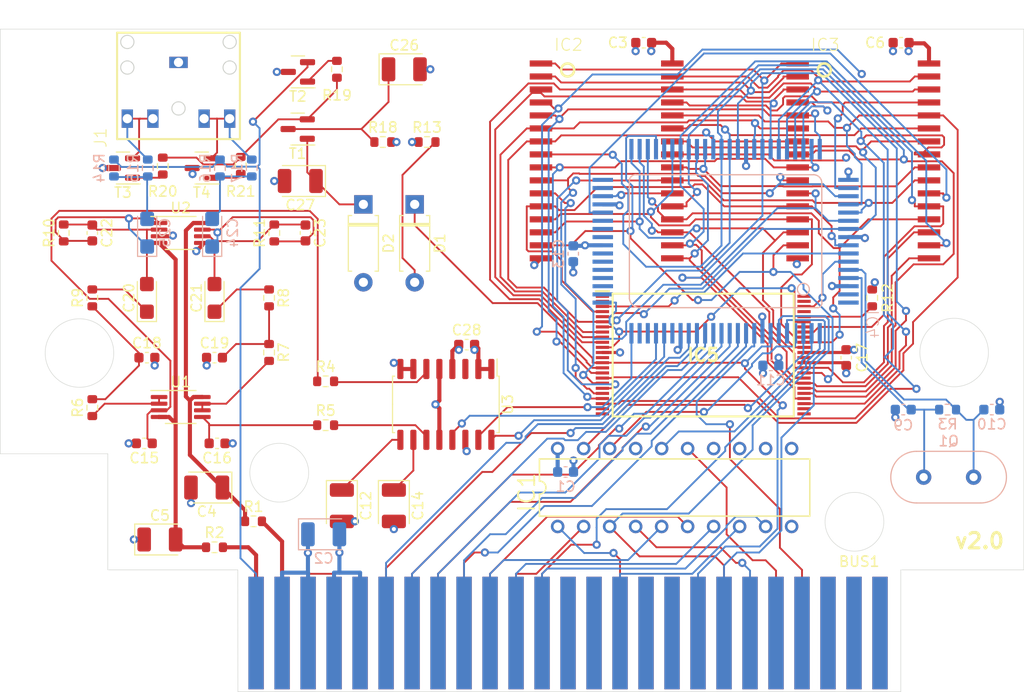
<source format=kicad_pcb>
(kicad_pcb (version 20221018) (generator pcbnew)
  (title_block (title "MSX OPL4 Wozblaster Reloaded") (rev "2.0") (company "The Retro Hacker") (comment 2 "Reloaded by Cristiano Goncalves") (comment 3 "Original Design by Gustavo Iriarte") (comment 4 "Wozblaster Reloaded v2"))
  (layers (0 "F.Cu" mixed) (1 "In1.Cu" power) (2 "In2.Cu" power) (31 "B.Cu" mixed) (34 "B.Paste" user) (35 "F.Paste" user) (36 "B.SilkS" user "B.Silkscreen") (37 "F.SilkS" user "F.Silkscreen") (38 "B.Mask" user) (39 "F.Mask" user) (44 "Edge.Cuts" user))
  (net 0 "")
  (net 6 "/~{IORQ}")
  (net 7 "/~{WR}")
  (net 8 "/~{RESET}")
  (net 11 "/AA7")
  (net 14 "/AA1")
  (net 15 "/AA3")
  (net 16 "/AA5")
  (net 17 "/D1")
  (net 18 "/D3")
  (net 19 "/D5")
  (net 20 "/D7")
  (net 21 "/SLTSOUND")
  (net 22 "-12V")
  (net 23 "+12V")
  (net 24 "Net-(BUS1-SW1)")
  (net 26 "/D6")
  (net 27 "/D4")
  (net 28 "/D2")
  (net 29 "/D0")
  (net 30 "/AA4")
  (net 31 "/AA2")
  (net 32 "/AA0")
  (net 35 "/AA6")
  (net 39 "/~{RD}")
  (net 41 "/~{BUSDIR}")
  (net 45 "/~{INT}")
  (net 46 "Net-(C4-+)")
  (net 47 "Net-(C5--)")
  (net 48 "Net-(IC4-XI)")
  (net 49 "Net-(IC4-XO)")
  (net 50 "Net-(C12-+)")
  (net 51 "Net-(C14-+)")
  (net 52 "Net-(U1A-+)")
  (net 53 "Net-(U1B-+)")
  (net 54 "Net-(C18-Pad1)")
  (net 55 "Net-(C19-Pad2)")
  (net 56 "Net-(C20-+)")
  (net 57 "Net-(C20--)")
  (net 58 "Net-(C25-+)")
  (net 59 "Net-(C24-+)")
  (net 60 "Net-(C24--)")
  (net 61 "Net-(C25--)")
  (net 62 "Net-(C26-+)")
  (net 63 "Net-(C27-+)")
  (net 64 "Net-(D1-A)")
  (net 65 "Net-(IC1A-O4)")
  (net 66 "Net-(IC1A-O2)")
  (net 67 "Net-(IC1A-O1)")
  (net 68 "/A2")
  (net 69 "/A1")
  (net 70 "/A13")
  (net 71 "/A11")
  (net 72 "/A10")
  (net 73 "/A14")
  (net 74 "/A16")
  (net 75 "/A0")
  (net 76 "/A5")
  (net 77 "/A6")
  (net 78 "/A8")
  (net 79 "/A18")
  (net 80 "/MD6")
  (net 81 "/MD4")
  (net 82 "/MD2")
  (net 83 "/MD0")
  (net 84 "/MD1")
  (net 85 "/MD3")
  (net 86 "/MD5")
  (net 87 "/MD7")
  (net 88 "/~{CS1}")
  (net 89 "/A7")
  (net 90 "/~{MRD}")
  (net 91 "/A4")
  (net 92 "/A17")
  (net 93 "/A15")
  (net 94 "/A9")
  (net 95 "/~{MWR}")
  (net 96 "/A12")
  (net 97 "/A3")
  (net 98 "/~{CS0}")
  (net 100 "Net-(IC4-BCO)")
  (net 101 "Net-(IC4-LRO)")
  (net 104 "Net-(IC4-DO2)")
  (net 105 "/~{ROM}")
  (net 118 "/A19")
  (net 119 "/A20")
  (net 122 "Net-(T4-E)")
  (net 123 "Net-(T3-E)")
  (net 124 "Net-(U3-R.OUT)")
  (net 125 "Net-(U3-L.OUT)")
  (net 126 "Net-(U1A--)")
  (net 127 "Net-(U1B--)")
  (net 128 "Net-(T2-B)")
  (net 129 "Net-(T1-C)")
  (net 130 "Net-(T3-B)")
  (net 131 "Net-(T4-B)")
  (net 133 "+5V")
  (net 134 "Net-(C21-+)")
  (net 135 "Net-(C21--)")
  (net 144 "Net-(IC5-WE#)")
  (net 148 "GND")
  (footprint "Resistor_SMD:R_0603_1608Metric" (layer "F.Cu") (at 171.133 84.074)
    (fp_text reference "R13")
    (fp_text value "10K" hide)
  )
  (footprint "Capacitor_Tantalum_SMD:CP_EIA-3216-18_Kemet-A" (layer "F.Cu") (at 143.764 99.314 90)
    (fp_text reference "C20")
    (fp_text value "4.7uF 25V" hide)
  )
  (footprint "Package_TO_SOT_SMD:SOT-23" (layer "F.Cu") (at 141.4245 86.614 180)
    (fp_text reference "T3")
    (fp_text value "2SC945" hide)
  )
  (footprint "Resistor_SMD:R_0603_1608Metric" (layer "F.Cu") (at 155.702 104.648 -90)
    (fp_text reference "R7")
    (fp_text value "4.7K" hide)
  )
  (footprint "Capacitor_SMD:C_0603_1608Metric" (layer "F.Cu") (at 212.09 105.156 -90)
    (fp_text reference "C17")
    (fp_text value "0.1uF" hide)
  )
  (footprint "Capacitor_Tantalum_SMD:CP_EIA-3528-21_Kemet-B" (layer "F.Cu") (at 149.606 117.856 180)
    (fp_text reference "C4")
    (fp_text value "47uF 16V" hide)
  )
  (footprint "CRISAG:PJ-307" (layer "F.Cu") (at 146.852 73.288)
    (fp_text reference "J1")
    (fp_text value "PJ-307" hide)
    (fp_circle (center -5 1) (end -4.35 1) (stroke (width 0.1)) (fill none) (layer "Edge.Cuts"))
    (fp_circle (center -5 3.5) (end -4.35 3.5) (stroke (width 0.1)) (fill none) (layer "Edge.Cuts"))
    (fp_circle (center 0 7.5) (end 0.65 7.5) (stroke (width 0.1)) (fill none) (layer "Edge.Cuts"))
    (fp_circle (center 5 1) (end 5.65 1) (stroke (width 0.1)) (fill none) (layer "Edge.Cuts"))
    (fp_circle (center 5 3.5) (end 5.65 3.5) (stroke (width 0.1)) (fill none) (layer "Edge.Cuts"))
  )
  (footprint "Capacitor_SMD:C_0603_1608Metric" (layer "F.Cu") (at 159.258 92.964 -90)
    (fp_text reference "C23")
    (fp_text value "390pF" hide)
  )
  (footprint "Capacitor_Tantalum_SMD:CP_EIA-3216-18_Kemet-A" (layer "F.Cu") (at 150.368 99.314 90)
    (fp_text reference "C21")
    (fp_text value "4.7uF 25V" hide)
  )
  (footprint "Capacitor_SMD:C_0603_1608Metric" (layer "F.Cu") (at 175.006 103.886)
    (fp_text reference "C28")
    (fp_text value "0.1uF" hide)
  )
  (footprint "Capacitor_SMD:C_0603_1608Metric" (layer "F.Cu") (at 192.306 74.363 180)
    (fp_text reference "C3")
    (fp_text value "0.1uF" hide)
  )
  (footprint "Resistor_SMD:R_0603_1608Metric" (layer "F.Cu") (at 161.227 107.472)
    (fp_text reference "R4")
    (fp_text value "10K" hide)
  )
  (footprint "Capacitor_SMD:C_0603_1608Metric" (layer "F.Cu") (at 143.51 113.538 180)
    (fp_text reference "C15")
    (fp_text value "1nF" hide)
  )
  (footprint "Resistor_SMD:R_0603_1608Metric" (layer "F.Cu") (at 150.368 123.698)
    (fp_text reference "R2")
    (fp_text value "220R" hide)
  )
  (footprint "Package_TO_SOT_SMD:SOT-23" (layer "F.Cu") (at 158.521 77.216 180)
    (fp_text reference "T2")
    (fp_text value "2SC945")
  )
  (footprint "Capacitor_SMD:C_0603_1608Metric" (layer "F.Cu") (at 150.622 113.538 180)
    (fp_text reference "C16")
    (fp_text value "1nF" hide)
  )
  (footprint "Capacitor_Tantalum_SMD:CP_EIA-3528-21_Kemet-B" (layer "F.Cu") (at 168.91 76.962)
    (fp_text reference "C26")
    (fp_text value "22uF 10V" hide)
  )
  (footprint "Capacitor_Tantalum_SMD:CP_EIA-3528-21_Kemet-B" (layer "F.Cu") (at 158.75 87.884 180)
    (fp_text reference "C27")
    (fp_text value "22uF 10V" hide)
  )
  (footprint "Resistor_SMD:R_0603_1608Metric" (layer "F.Cu") (at 135.636 92.964 90)
    (fp_text reference "R10")
    (fp_text value "100K" hide)
  )
  (footprint "Resistor_SMD:R_0603_1608Metric" (layer "F.Cu") (at 152.933 86.36 90)
    (fp_text reference "R21")
    (fp_text value "2.2K" hide)
  )
  (footprint "Package_TO_SOT_SMD:SOT-23" (layer "F.Cu") (at 158.496 82.804 180)
    (fp_text reference "T1")
    (fp_text value "2SA733" hide)
  )
  (footprint "Resistor_SMD:R_0603_1608Metric" (layer "F.Cu") (at 214.63 99.314 -90)
    (fp_text reference "R12")
    (fp_text value "1K" hide)
  )
  (footprint "Resistor_SMD:R_0603_1608Metric" (layer "F.Cu") (at 156.21 92.964 90)
    (fp_text reference "R11")
    (fp_text value "100K" hide)
  )
  (footprint "Diode_THT:D_A-405_P7.62mm_Horizontal" (layer "F.Cu") (at 169.926 90.17 -90)
    (fp_text reference "D1")
    (fp_text value "D" hide)
  )
  (footprint "Capacitor_Tantalum_SMD:CP_EIA-3528-21_Kemet-B" (layer "F.Cu") (at 167.894 119.634 -90)
    (fp_text reference "C14")
    (fp_text value "47uF" hide)
  )
  (footprint "Capacitor_SMD:C_0603_1608Metric" (layer "F.Cu") (at 143.764 105.156)
    (fp_text reference "C18")
    (fp_text value "1nF" hide)
  )
  (footprint "Resistor_SMD:R_0603_1608Metric" (layer "F.Cu") (at 162.331 76.962 -90)
    (fp_text reference "R19")
    (fp_text value "2.2K" hide)
  )
  (footprint "Diode_THT:D_A-405_P7.62mm_Horizontal" (layer "F.Cu") (at 164.914 90.17 -90)
    (fp_text reference "D2")
    (fp_text value "D" hide)
  )
  (footprint "Resistor_SMD:R_0603_1608Metric" (layer "F.Cu") (at 145.313 86.423 90)
    (fp_text reference "R20")
    (fp_text value "2.2K" hide)
  )
  (footprint "Resistor_SMD:R_0603_1608Metric" (layer "F.Cu") (at 161.227 111.76)
    (fp_text reference "R5")
    (fp_text value "10K" hide)
  )
  (footprint "Resistor_SMD:R_0603_1608Metric" (layer "F.Cu") (at 138.43 99.314 90)
    (fp_text reference "R9")
    (fp_text value "4.7K" hide)
  )
  (footprint "MSX OPL4 Wozblaster:DIL20" (layer "F.Cu") (at 195.326 117.856)
    (fp_text reference "IC1")
    (fp_text value "GAL16V8D")
  )
  (footprint "Resistor_SMD:R_0603_1608Metric" (layer "F.Cu") (at 166.815 84.074)
    (fp_text reference "R18")
    (fp_text value "10K" hide)
  )
  (footprint "Resistor_SMD:R_0603_1608Metric" (layer "F.Cu") (at 155.702 99.314 -90)
    (fp_text reference "R8")
    (fp_text value "4.7K" hide)
  )
  (footprint "Resistor_SMD:R_0603_1608Metric" (layer "F.Cu") (at 138.43 110.045 90)
    (fp_text reference "R6")
    (fp_text value "4.7K" hide)
  )
  (footprint "MSX OPL4 Wozblaster:SOP32L" (layer "F.Cu") (at 213.764 85.92 -90)
    (fp_text reference "IC3")
    (fp_text value "KM684000ALG" hide)
  )
  (footprint "CRISAG:msx_cartridge" (layer "F.Cu") (at 184.912 132.207)
    (fp_text reference "BUS1")
    (fp_text value "MSX_SLOT_EDGE-CON")
  )
  (footprint "Resistor_SMD:R_0603_1608Metric" (layer "F.Cu") (at 154.178 121.158)
    (fp_text reference "R1")
    (fp_text value "220R" hide)
  )
  (footprint "Package_SO:MSOP-8_3x3mm_P0.65mm" (layer "F.Cu") (at 147.066 92.964)
    (fp_text reference "U2")
    (fp_text value "NJM4558" hide)
  )
  (footprint "Package_TO_SOT_SMD:SOT-23" (layer "F.Cu") (at 149.123 86.614 180)
    (fp_text reference "T4")
    (fp_text value "2SC945" hide)
  )
  (footprint "CRISAG:SOP50P2000X120-48N" (layer "F.Cu") (at 198.12 104.902)
    (fp_text reference "IC5")
    (fp_text value "AM29F016B-120EC" hide)
  )
  (footprint "MSX OPL4 Wozblaster:SOP32L" (layer "F.Cu") (at 188.684 85.92 -90)
    (fp_text reference "IC2")
    (fp_text value "KM684000ALG" hide)
  )
  (footprint "Capacitor_Tantalum_SMD:CP_EIA-3528-21_Kemet-B" (layer "F.Cu") (at 162.814 119.634 -90)
    (fp_text reference "C12")
    (fp_text value "47uF" hide)
  )
  (footprint "Capacitor_SMD:C_0603_1608Metric" (layer "F.Cu") (at 138.43 92.964 -90)
    (fp_text reference "C22")
    (fp_text value "390pF" hide)
  )
  (footprint "Package_SO:SO-16_5.3x10.2mm_P1.27mm" (layer "F.Cu") (at 172.974 109.728 -90)
    (fp_text reference "U3")
    (fp_text value "uPD6376" hide)
  )
  (footprint "Package_SO:MSOP-8_3x3mm_P0.65mm" (layer "F.Cu") (at 147.066 109.982)
    (fp_text reference "U1")
    (fp_text value "NJM4558" hide)
  )
  (footprint "Capacitor_SMD:C_0603_1608Metric" (layer "F.Cu") (at 217.452 74.363 180)
    (fp_text reference "C6")
    (fp_text value "0.1uF" hide)
  )
  (footprint "Capacitor_SMD:C_0603_1608Metric" (layer "F.Cu") (at 150.368 105.156)
    (fp_text reference "C19")
    (fp_text value "1nF" hide)
  )
  (footprint "Capacitor_Tantalum_SMD:CP_EIA-3528-21_Kemet-B" (layer "F.Cu") (at 145.034 122.936)
    (fp_text reference "C5")
    (fp_text value "47uF 16V" hide)
  )
  (footprint "Capacitor_SMD:C_0603_1608Metric" (layer "B.Cu") (at 204.724 105.918)
    (fp_text reference "C11")
    (fp_text value "0.1uF" hide)
  )
  (footprint "CRISAG:Crystal_HC49-U_Vertical" (layer "B.Cu") (at 224.536 116.84 180)
    (fp_text reference "Q1")
    (fp_text value "33.8688")
  )
  (footprint "Resistor_SMD:R_0603_1608Metric" (layer "B.Cu") (at 221.996 110.236)
    (fp_text reference "R3")
    (fp_text value "3.3K" hide)
  )
  (footprint "Capacitor_SMD:C_0603_1608Metric" (layer "B.Cu") (at 217.665 110.236 180)
    (fp_text reference "C9")
    (fp_text value "12pF" hide)
  )
  (footprint "Resistor_SMD:R_0603_1608Metric" (layer "B.Cu") (at 140.545 86.614 -90)
    (fp_text reference "R14")
    (fp_text value "1K" hide)
  )
  (footprint "Capacitor_SMD:C_0603_1608Metric" (layer "B.Cu") (at 184.671 116.332)
    (fp_text reference "C1")
    (fp_text value "0.1uF" hide)
  )
  (footprint "MSX OPL4 Wozblaster:80-QFP" (layer "B.Cu") (at 200.406 93.472 180)
    (fp_text reference "IC4")
    (fp_text value "YMF278B-F")
  )
  (footprint "Capacitor_SMD:C_0603_1608Metric" (layer "B.Cu") (at 226.314 110.236)
    (fp_text reference "C10")
    (fp_text value "12pF" hide)
  )
  (footprint "Capacitor_SMD:C_0603_1608Metric" (layer "B.Cu") (at 185.42 94.996 -90)
    (fp_text reference "C13")
    (fp_text value "0.1uF" hide)
  )
  (footprint "Resistor_SMD:R_0603_1608Metric" (layer "B.Cu") (at 150.901 86.614 -90)
    (fp_text reference "R16")
    (fp_text value "1K" hide)
  )
  (footprint "Capacitor_Tantalum_SMD:CP_EIA-3528-21_Kemet-B" (layer "B.Cu") (at 161.036 122.428)
    (fp_text reference "C2")
    (fp_text value "10uF/16V")
  )
  (footprint "Capacitor_Tantalum_SMD:CP_EIA-3216-18_Kemet-A" (layer "B.Cu") (at 143.789 92.9415 90)
    (fp_text reference "C25")
    (fp_text value "4.7uF 25V" hide)
  )
  (footprint "Capacitor_Tantalum_SMD:CP_EIA-3216-18_Kemet-A" (layer "B.Cu") (at 150.139 92.9415 90)
    (fp_text reference "C24")
    (fp_text value "4.7uF 25V" hide)
  )
  (footprint "Resistor_SMD:R_0603_1608Metric" (layer "B.Cu") (at 143.849 86.614 -90)
    (fp_text reference "R15")
    (fp_text value "1.8K" hide)
  )
  (footprint "Resistor_SMD:R_0603_1608Metric" (layer "B.Cu") (at 154.009 86.614 -90)
    (fp_text reference "R17")
    (fp_text value "1.8K" hide)
  )
  (gr_line (start 229.446 125.905) (end 217.426 125.905) (stroke (width 0.05)) (layer "Edge.Cuts"))
  (gr_line (start 139.946 125.905) (end 139.946 114.554) (stroke (width 0.05)) (layer "Edge.Cuts"))
  (gr_line (start 152.656 137.815) (end 152.646 125.905) (stroke (width 0.05)) (layer "Edge.Cuts"))
  (gr_line (start 129.4404 114.554) (end 129.436 73.035) (stroke (width 0.05)) (layer "Edge.Cuts"))
  (gr_line (start 129.436 73.035) (end 229.446 73.035) (stroke (width 0.05)) (layer "Edge.Cuts"))
  (gr_line (start 152.646 125.905) (end 139.946 125.905) (stroke (width 0.05)) (layer "Edge.Cuts"))
  (gr_line (start 139.946 114.554) (end 129.4404 114.554) (stroke (width 0.05)) (layer "Edge.Cuts"))
  (gr_circle (center 156.696 116.405) (end 158.546 118.605) (stroke (width 0.05)) (fill none) (layer "Edge.Cuts"))
  (gr_line (start 229.446 73.035) (end 229.446 125.905) (stroke (width 0.05)) (layer "Edge.Cuts"))
  (gr_line (start 217.426 137.815) (end 152.656 137.815) (stroke (width 0.05)) (layer "Edge.Cuts"))
  (gr_circle (center 137.176 104.705) (end 140.525284 104.705) (stroke (width 0.05)) (fill none) (layer "Edge.Cuts"))
  (gr_line (start 217.426 125.905) (end 217.426 137.815) (stroke (width 0.05)) (layer "Edge.Cuts"))
  (gr_circle (center 222.636716 104.655) (end 225.986 104.655) (stroke (width 0.05)) (fill none) (layer "Edge.Cuts"))
  (gr_circle (center 212.896 121.205) (end 215.346 122.705) (stroke (width 0.05)) (fill none) (layer "Edge.Cuts"))
  (gr_text "v2.0" (at 222.57 123.952) (layer "F.SilkS") (effects (font (size 1.5 1.5) (thickness 0.3) bold) (justify left bottom)))
  (segment (start 201.9335 125.222) (end 201.3153 125.222) (width 0.18) (layer "F.Cu") (net 6))
  (segment (start 199.7913 123.698) (end 193.548 123.698) (width 0.18) (layer "F.Cu") (net 6))
  (segment (start 201.3153 125.222) (end 199.7913 123.698) (width 0.18) (layer "F.Cu") (net 6))
  (segment (start 193.548 123.698) (end 191.516 121.666) (width 0.18) (layer "F.Cu") (net 6))
  (via (at 201.9335 125.222) (size 0.8) (drill 0.4) (layers "F.Cu" "B.Cu") (net 6))
  (segment (start 202.692 125.9805) (end 202.692 132.08) (width 0.18) (layer "B.Cu") (net 6))
  (segment (start 201.9335 125.222) (end 202.692 125.9805) (width 0.18) (layer "B.Cu") (net 6))
  (segment (start 201.422 124.206) (end 200.152 125.476) (width 0.18) (layer "B.Cu") (net 7))
  (segment (start 205.8962 101.0917) (end 210.0236 101.0917) (width 0.18) (layer "B.Cu") (net 7))
  (segment (start 200.152 125.476) (end 200.152 132.08) (width 0.18) (layer "B.Cu") (net 7))
  (segment (start 208.9189 105.9437) (end 208.9189 109.8188) (width 0.18) (layer "B.Cu") (net 7))
  (segment (start 205.506 101.4819) (end 205.8962 101.0917) (width 0.18) (layer "B.Cu") (net 7))
  (segment (start 210.3781 101.4462) (end 210.3781 104.4845) (width 0.18) (layer "B.Cu") (net 7))
  (segment (start 205.506 102.772) (end 205.506 101.4819) (width 0.18) (layer "B.Cu") (net 7))
  (segment (start 208.9189 109.8188) (end 205.7591 112.9786) (width 0.18) (layer "B.Cu") (net 7))
  (segment (start 203.591 124.206) (end 201.422 124.206) (width 0.18) (layer "B.Cu") (net 7))
  (segment (start 210.0236 101.0917) (end 210.3781 101.4462) (width 0.18) (layer "B.Cu") (net 7))
  (segment (start 205.7591 112.9786) (end 205.7591 122.0379) (width 0.18) (layer "B.Cu") (net 7))
  (segment (start 205.7591 122.0379) (end 203.591 124.206) (width 0.18) (layer "B.Cu") (net 7))
  (segment (start 210.3781 104.4845) (end 208.9189 105.9437) (width 0.18) (layer "B.Cu") (net 7))
  (segment (start 187.319002 105.652) (end 187.319002 105.213594) (width 0.18) (layer "F.Cu") (net 8))
  (segment (start 202.1941 106.2347) (end 205.7759 109.8165) (width 0.18) (layer "F.Cu") (net 8))
  (segment (start 202.1941 105.7076) (end 202.1941 106.2347) (width 0.18) (layer "F.Cu") (net 8))
  (segment (start 205.7759 109.8165) (end 205.8925 109.8165) (width 0.18) (layer "F.Cu") (net 8))
  (segment (start 188.27 105.652) (end 187.319002 105.652) (width 0.18) (layer "F.Cu") (net 8))
  (segment (start 187.319002 105.213594) (end 181.927408 99.822) (width 0.18) (layer "F.Cu") (net 8))
  (segment (start 177.546 99.822) (end 169.926 92.202) (width 0.18) (layer "F.Cu") (net 8))
  (segment (start 181.927408 99.822) (end 177.546 99.822) (width 0.18) (layer "F.Cu") (net 8))
  (segment (start 169.926 92.202) (end 169.926 90.17) (width 0.18) (layer "F.Cu") (net 8))
  (segment (start 202.1385 105.652) (end 188.27 105.652) (width 0.18) (layer "F.Cu") (net 8))
  (segment (start 202.1941 105.7076) (end 202.1385 105.652) (width 0.18) (layer "F.Cu") (net 8))
  (via (at 202.1941 105.7076) (size 0.8) (drill 0.4) (layers "F.Cu" "B.Cu") (net 8))
  (via (at 205.8925 109.8165) (size 0.8) (drill 0.4) (layers "F.Cu" "B.Cu") (net 8))
  (segment (start 200.2827 123.6192) (end 197.612 126.2899) (width 0.18) (layer "B.Cu") (net 8))
  (segment (start 205.8925 109.8165) (end 205.3789 110.3301) (width 0.18) (layer "B.Cu") (net 8))
  (segment (start 204.706 102.772) (end 204.706 104.0621) (width 0.18) (layer "B.Cu") (net 8))
  (segment (start 203.6401 123.6192) (end 200.2827 123.6192) (width 0.18) (layer "B.Cu") (net 8))
  (segment (start 205.3789 110.3301) (end 205.3789 121.8804) (width 0.18) (layer "B.Cu") (net 8))
  (segment (start 197.612 132.08) (end 197.612 126.2899) (width 0.18) (layer "B.Cu") (net 8))
  (segment (start 204.706 104.0621) (end 203.8396 104.0621) (width 0.18) (layer "B.Cu") (net 8))
  (segment (start 205.3789 121.8804) (end 203.6401 123.6192) (width 0.18) (layer "B.Cu") (net 8))
  (segment (start 203.8396 104.0621) (end 202.1941 105.7076) (width 0.18) (layer "B.Cu") (net 8))
  (segment (start 197.0521 126.2899) (end 201.676 121.666) (width 0.18) (layer "B.Cu") (net 11))
  (segment (start 189.992 132.08) (end 189.992 126.2899) (width 0.18) (layer "B.Cu") (net 11))
  (segment (start 189.992 126.2899) (end 197.0521 126.2899) (width 0.18) (layer "B.Cu") (net 11))
  (segment (start 182.372 132.08) (end 182.372 126.2899) (width 0.18) (layer "B.Cu") (net 14))
  (segment (start 196.3794 125.7781) (end 182.8837 125.7781) (width 0.18) (layer "B.Cu") (net 14))
  (segment (start 182.8837 125.7782) (end 182.372 126.2899) (width 0.18) (layer "B.Cu") (net 14))
  (segment (start 182.8837 125.7781) (end 182.8837 125.7782) (width 0.18) (layer "B.Cu") (net 14))
  (segment (start 201.3029 120.6857) (end 200.4061 121.5825) (width 0.18) (layer "B.Cu") (net 14))
  (segment (start 200.4061 121.7514) (end 196.3794 125.7781) (width 0.18) (layer "B.Cu") (net 14))
  (segment (start 200.4061 121.5825) (end 200.4061 121.7514) (width 0.18) (layer "B.Cu") (net 14))
  (segment (start 204.216 121.666) (end 203.2357 120.6857) (width 0.18) (layer "B.Cu") (net 14))
  (segment (start 203.2357 120.6857) (end 201.3029 120.6857) (width 0.18) (layer "B.Cu") (net 14))
  (segment (start 179.832 132.08) (end 179.832 126.2899) (width 0.18) (layer "B.Cu") (net 15))
  (segment (start 180.7978 125.3241) (end 179.832 126.2899) (width 0.18) (layer "B.Cu") (net 15))
  (segment (start 199.136 121.666) (end 195.4779 125.3241) (width 0.18) (layer "B.Cu") (net 15))
  (segment (start 195.4779 125.3241) (end 180.7978 125.3241) (width 0.18) (layer "B.Cu") (net 15))
  (segment (start 190.7781 124.9439) (end 178.638 124.9439) (width 0.18) (layer "B.Cu") (net 16))
  (segment (start 178.638 124.9439) (end 177.292 126.2899) (width 0.18) (layer "B.Cu") (net 16))
  (segment (start 177.292 132.08) (end 177.292 126.2899) (width 0.18) (layer "B.Cu") (net 16))
  (segment (start 194.056 121.666) (end 190.7781 124.9439) (width 0.18) (layer "B.Cu") (net 16))
  (segment (start 185.6019 118.872) (end 190.2461 114.2278) (width 0.18) (layer "B.Cu") (net 17))
  (segment (start 190.2461 113.9716) (end 191.6292 112.5885) (width 0.18) (layer "B.Cu") (net 17))
  (segment (start 192.9796 112.5885) (end 201.506 104.0621) (width 0.18) (layer "B.Cu") (net 17))
  (segment (start 174.752 124.968) (end 177.2962 122.4238) (width 0.18) (layer "B.Cu") (net 17))
  (segment (start 191.6292 112.5885) (end 192.9796 112.5885) (width 0.18) (layer "B.Cu") (net 17))
  (segment (start 177.2962 122.4238) (end 178.8202 122.4238) (width 0.18) (layer "B.Cu") (net 17))
  (segment (start 190.2461 114.2278) (end 190.2461 113.9716) (width 0.18) (layer "B.Cu") (net 17))
  (segment (start 178.8202 122.4238) (end 182.372 118.872) (width 0.18) (layer "B.Cu") (net 17))
  (segment (start 174.752 132.08) (end 174.752 124.968) (width 0.18) (layer "B.Cu") (net 17))
  (segment (start 201.506 104.0621) (end 201.506 102.772) (width 0.18) (layer "B.Cu") (net 17))
  (segment (start 182.372 118.872) (end 185.6019 118.872) (width 0.18) (layer "B.Cu") (net 17))
  (segment (start 190.6028 112.7969) (end 192.3815 111.0182) (width 0.18) (layer "B.Cu") (net 18))
  (segment (start 192.3815 111.0182) (end 192.9499 111.0182) (width 0.18) (layer "B.Cu") (net 18))
  (segment (start 192.9499 111.0182) (end 199.906 104.0621) (width 0.18) (layer "B.Cu") (net 18))
  (segment (start 180.1591 118.3428) (end 184.6481 118.3428) (width 0.18) (layer "B.Cu") (net 18))
  (segment (start 187.9862 115.0047) (end 187.9862 113.6906) (width 0.18) (layer "B.Cu") (net 18))
  (segment (start 184.6481 118.3428) (end 187.9862 115.0047) (width 0.18) (layer "B.Cu") (net 18))
  (segment (start 199.906 102.772) (end 199.906 104.0621) (width 0.18) (layer "B.Cu") (net 18))
  (segment (start 172.212 126.2899) (end 180.1591 118.3428) (width 0.18) (layer "B.Cu") (net 18))
  (segment (start 172.212 132.08) (end 172.212 126.2899) (width 0.18) (layer "B.Cu") (net 18))
  (segment (start 188.8799 112.7969) (end 190.6028 112.7969) (width 0.18) (layer "B.Cu") (net 18))
  (segment (start 187.9862 113.6906) (end 188.8799 112.7969) (width 0.18) (layer "B.Cu") (net 18))
  (segment (start 182.8905 113.0714) (end 169.672 126.2899) (width 0.18) (layer "B.Cu") (net 19))
  (segment (start 169.672 132.08) (end 169.672 126.2899) (width 0.18) (layer "B.Cu") (net 19))
  (segment (start 184.6318 113.2293) (end 184.4739 113.0714) (width 0.18) (layer "B.Cu") (net 19))
  (segment (start 198.306 104.0621) (end 196.0035 106.3646) (width 0.18) (layer "B.Cu") (net 19))
  (segment (start 194.6627 106.3646) (end 188.6106 112.4167) (width 0.18) (layer "B.Cu") (net 19))
  (segment (start 188.6106 112.4167) (end 186.674 112.4167) (width 0.18) (layer "B.Cu") (net 19))
  (segment (start 184.4739 113.0714) (end 182.8905 113.0714) (width 0.18) (layer "B.Cu") (net 19))
  (segment (start 198.306 102.772) (end 198.306 104.0621) (width 0.18) (layer "B.Cu") (net 19))
  (segment (start 186.674 112.4167) (end 185.8614 113.2293) (width 0.18) (layer "B.Cu") (net 19))
  (segment (start 196.0035 106.3646) (end 194.6627 106.3646) (width 0.18) (layer "B.Cu") (net 19))
  (segment (start 185.8614 113.2293) (end 184.6318 113.2293) (width 0.18) (layer "B.Cu") (net 19))
  (segment (start 195.8313 105.1649) (end 194.7872 105.1649) (width 0.18) (layer "B.Cu") (net 20))
  (segment (start 167.132 125.222) (end 167.132 132.08) (width 0.18) (layer "B.Cu") (net 20))
  (segment (start 180.363708 113.4826) (end 178.8714 113.4826) (width 0.18) (layer "B.Cu") (net 20))
  (segment (start 181.9676 111.6564) (end 180.7679 112.8561) (width 0.18) (layer "B.Cu") (net 20))
  (segment (start 196.706 102.772) (end 196.706 104.2902) (width 0.18) (layer "B.Cu") (net 20))
  (segment (start 180.7679 113.078408) (end 180.363708 113.4826) (width 0.18) (layer "B.Cu") (net 20))
  (segment (start 194.7872 105.1649) (end 188.2957 111.6564) (width 0.18) (layer "B.Cu") (net 20))
  (segment (start 188.2957 111.6564) (end 181.9676 111.6564) (width 0.18) (layer "B.Cu") (net 20))
  (segment (start 180.7679 112.8561) (end 180.7679 113.078408) (width 0.18) (layer "B.Cu") (net 20))
  (segment (start 196.706 104.2902) (end 195.8313 105.1649) (width 0.18) (layer "B.Cu") (net 20))
  (segment (start 178.8714 113.4826) (end 167.132 125.222) (width 0.18) (layer "B.Cu") (net 20))
  (segment (start 159.4585 76.7547) (end 159.4585 76.266) (width 0.18) (layer "F.Cu") (net 21))
  (segment (start 154.1277 82.0855) (end 159.4585 76.7547) (width 0.18) (layer "F.Cu") (net 21))
  (via (at 154.1277 82.0855) (size 0.8) (drill 0.4) (layers "F.Cu" "B.Cu") (net 21))
  (segment (start 150.1791 86.5109) (end 150.901 85.789) (width 0.18) (layer "B.Cu") (net 21))
  (segment (start 154.775 86.2566) (end 154.775 82.7328) (width 0.18) (layer "B.Cu") (net 21))
  (segment (start 154.432 126.2899) (end 154.432 132.08) (width 0.18) (layer "B.Cu") (net 21))
  (segment (start 152.908 124.7659) (end 154.432 126.2899) (width 0.18) (layer "B.Cu") (net 21))
  (segment (start 154.775 82.7328) (end 154.1277 82.0855) (width 0.18) (layer "B.Cu") (net 21))
  (segment (start 154.7833 86.7117) (end 154.7833 96.4625) (width 0.18) (layer "B.Cu") (net 21))
  (segment (start 140.545 85.789) (end 141.2669 86.5109) (width 0.18) (layer "B.Cu") (net 21))
  (segment (start 154.7833 96.4625) (end 152.908 98.3378) (width 0.18) (layer "B.Cu") (net 21))
  (segment (start 152.908 98.3378) (end 152.908 124.7659) (width 0.18) (layer "B.Cu") (net 21))
  (segment (start 150.901 85.789) (end 151.592 86.48) (width 0.18) (layer "B.Cu") (net 21))
  (segment (start 141.2669 86.5109) (end 150.1791 86.5109) (width 0.18) (layer "B.Cu") (net 21))
  (segment (start 151.592 86.48) (end 154.5516 86.48) (width 0.18) (layer "B.Cu") (net 21))
  (segment (start 154.5516 86.48) (end 154.775 86.2566) (width 0.18) (layer "B.Cu") (net 21))
  (segment (start 154.5516 86.48) (end 154.7833 86.7117) (width 0.18) (layer "B.Cu") (net 21))
  (segment (start 154.432 124.46) (end 153.67 123.698) (width 0.4) (layer "F.Cu") (net 22))
  (segment (start 153.67 123.698) (end 151.193 123.698) (width 0.4) (layer "F.Cu") (net 22))
  (segment (start 154.432 132.08) (end 154.432 124.46) (width 0.4) (layer "F.Cu") (net 22))
  (segment (start 156.972 132.08) (end 156.972 123.127) (width 0.4) (layer "F.Cu") (net 23))
  (segment (start 156.972 123.127) (end 155.003 121.158) (width 0.4) (layer "F.Cu") (net 23))
  (segment (start 159.512 126.2899) (end 162.052 126.2899) (width 0.18) (layer "F.Cu") (net 24))
  (segment (start 159.512 132.08) (end 159.512 126.2899) (width 0.18) (layer "F.Cu") (net 24))
  (segment (start 162.052 132.08) (end 162.052 126.2899) (width 0.18) (layer "F.Cu") (net 24))
  (segment (start 167.132 125.73) (end 176.53 116.332) (width 0.18) (layer "F.Cu") (net 26))
  (segment (start 177.514308 116.332) (end 181.318108 112.5282) (width 0.18) (layer "F.Cu") (net 26))
  (segment (start 176.53 116.332) (end 177.514308 116.332) (width 0.18) (layer "F.Cu") (net 26))
  (segment (start 167.132 132.08) (end 167.132 125.73) (width 0.18) (layer "F.Cu") (net 26))
  (segment (start 181.318108 112.5282) (end 185.159 112.5282) (width 0.18) (layer "F.Cu") (net 26))
  (via (at 185.159 112.5282) (size 0.8) (drill 0.4) (layers "F.Cu" "B.Cu") (net 26))
  (segment (start 185.6507 112.0365) (end 185.159 112.5282) (width 0.18) (layer "B.Cu") (net 26))
  (segment (start 197.506 102.772) (end 197.506 104.0621) (width 0.18) (layer "B.Cu") (net 26))
  (segment (start 188.4532 112.0365) (end 185.6507 112.0365) (width 0.18) (layer "B.Cu") (net 26))
  (segment (start 195.5837 105.9844) (end 194.5053 105.9844) (width 0.18) (layer "B.Cu") (net 26))
  (segment (start 197.506 104.0621) (end 195.5837 105.9844) (width 0.18) (layer "B.Cu") (net 26))
  (segment (start 194.5053 105.9844) (end 188.4532 112.0365) (width 0.18) (layer "B.Cu") (net 26))
  (segment (start 189.5402 112.096) (end 189.9071 112.096) (width 0.18) (layer "F.Cu") (net 27))
  (segment (start 169.672 132.08) (end 169.672 126.2899) (width 0.18) (layer "F.Cu") (net 27))
  (segment (start 179.3691 116.5928) (end 185.249 116.5928) (width 0.18) (layer "F.Cu") (net 27))
  (segment (start 185.249 116.5928) (end 187.9243 113.9175) (width 0.18) (layer "F.Cu") (net 27))
  (segment (start 187.9243 113.9175) (end 187.9243 113.7119) (width 0.18) (layer "F.Cu") (net 27))
  (segment (start 169.672 126.2899) (end 179.3691 116.5928) (width 0.18) (layer "F.Cu") (net 27))
  (segment (start 187.9243 113.7119) (end 189.5402 112.096) (width 0.18) (layer "F.Cu") (net 27))
  (via (at 189.9071 112.096) (size 0.8) (drill 0.4) (layers "F.Cu" "B.Cu") (net 27))
  (segment (start 189.9071 112.096) (end 191.3651 110.638) (width 0.18) (layer "B.Cu") (net 27))
  (segment (start 191.3651 110.638) (end 192.5301 110.638) (width 0.18) (layer "B.Cu") (net 27))
  (segment (start 192.5301 110.638) (end 199.106 104.0621) (width 0.18) (layer "B.Cu") (net 27))
  (segment (start 199.106 102.772) (end 199.106 104.0621) (width 0.18) (layer "B.Cu") (net 27))
  (segment (start 172.212 132.08) (end 172.212 126.2899) (width 0.18) (layer "F.Cu") (net 28))
  (segment (start 190.2461 113.9367) (end 190.2461 114.1544) (width 0.18) (layer "F.Cu") (net 28))
  (segment (start 192.2844 111.8984) (end 190.2461 113.9367) (width 0.18) (layer "F.Cu") (net 28))
  (segment (start 185.1451 119.2554) (end 179.2465 119.2554) (width 0.18) (layer "F.Cu") (net 28))
  (segment (start 190.2461 114.1544) (end 185.1451 119.2554) (width 0.18) (layer "F.Cu") (net 28))
  (segment (start 192.5177 111.8984) (end 192.2844 111.8984) (width 0.18) (layer "F.Cu") (net 28))
  (segment (start 179.2465 119.2554) (end 172.212 126.2899) (width 0.18) (layer "F.Cu") (net 28))
  (via (at 192.5177 111.8984) (size 0.8) (drill 0.4) (layers "F.Cu" "B.Cu") (net 28))
  (segment (start 192.8697 111.8984) (end 192.5177 111.8984) (width 0.18) (layer "B.Cu") (net 28))
  (segment (start 200.706 102.772) (end 200.706 104.0621) (width 0.18) (layer "B.Cu") (net 28))
  (segment (start 200.706 104.0621) (end 192.8697 111.8984) (width 0.18) (layer "B.Cu") (net 28))
  (segment (start 174.752 125.222) (end 174.752 132.08) (width 0.18) (layer "F.Cu") (net 29))
  (segment (start 175.768 124.206) (end 174.752 125.222) (width 0.18) (layer "F.Cu") (net 29))
  (segment (start 176.784 124.206) (end 175.768 124.206) (width 0.18) (layer "F.Cu") (net 29))
  (via (at 176.784 124.206) (size 0.8) (drill 0.4) (layers "F.Cu" "B.Cu") (net 29))
  (segment (start 202.306 104.0621) (end 202.306 102.772) (width 0.18) (layer "B.Cu") (net 29))
  (segment (start 193.0837 113.8251) (end 193.0837 113.2844) (width 0.18) (layer "B.Cu") (net 29))
  (segment (start 182.5997 119.6603) (end 187.2485 119.6603) (width 0.18) (layer "B.Cu") (net 29))
  (segment (start 176.784 124.206) (end 178.054 124.206) (width 0.18) (layer "B.Cu") (net 29))
  (segment (start 178.054 124.206) (end 182.5997 119.6603) (width 0.18) (layer "B.Cu") (net 29))
  (segment (start 187.2485 119.6603) (end 193.0837 113.8251) (width 0.18) (layer "B.Cu") (net 29))
  (segment (start 193.0837 113.2844) (end 202.306 104.0621) (width 0.18) (layer "B.Cu") (net 29))
  (segment (start 177.292 126.2899) (end 182.8795 120.7024) (width 0.18) (layer "F.Cu") (net 30))
  (segment (start 195.6324 120.7024) (end 196.596 121.666) (width 0.18) (layer "F.Cu") (net 30))
  (segment (start 182.8795 120.7024) (end 195.6324 120.7024) (width 0.18) (layer "F.Cu") (net 30))
  (segment (start 177.292 132.08) (end 177.292 126.2899) (width 0.18) (layer "F.Cu") (net 30))
  (segment (start 179.832 132.08) (end 179.832 126.2899) (width 0.18) (layer "F.Cu") (net 31))
  (segment (start 181.8121 126.2899) (end 186.436 121.666) (width 0.18) (layer "F.Cu") (net 31))
  (segment (start 179.832 126.2899) (end 181.8121 126.2899) (width 0.18) (layer "F.Cu") (net 31))
  (segment (start 187.706 123.444) (end 185.2179 123.444) (width 0.18) (layer "F.Cu") (net 32))
  (segment (start 185.2179 123.444) (end 182.372 126.2899) (width 0.18) (layer "F.Cu") (net 32))
  (segment (start 182.372 126.2899) (end 182.372 132.08) (width 0.18) (layer "F.Cu") (net 32))
  (via (at 187.706 123.444) (size 0.8) (drill 0.4) (layers "F.Cu" "B.Cu") (net 32))
  (segment (start 200.2715 114.2779) (end 200.2715 113.9092) (width 0.18) (layer "B.Cu") (net 32))
  (segment (start 208.1587 106.022) (end 208.1587 105.6287) (width 0.18) (layer "B.Cu") (net 32))
  (segment (start 188.6419 119.9681) (end 194.5813 119.9681) (width 0.18) (layer "B.Cu") (net 32))
  (segment (start 209.506 104.2814) (end 209.506 102.772) (width 0.18) (layer "B.Cu") (net 32))
  (segment (start 187.706 123.444) (end 187.706 121.7642) (width 0.18) (layer "B.Cu") (net 32))
  (segment (start 208.1587 105.6287) (end 209.506 104.2814) (width 0.18) (layer "B.Cu") (net 32))
  (segment (start 187.7061 121.7641) (end 187.7061 120.9039) (width 0.18) (layer "B.Cu") (net 32))
  (segment (start 200.2715 113.9092) (end 208.1587 106.022) (width 0.18) (layer "B.Cu") (net 32))
  (segment (start 194.5813 119.9681) (end 200.2715 114.2779) (width 0.18) (layer "B.Cu") (net 32))
  (segment (start 187.7061 120.9039) (end 188.6419 119.9681) (width 0.18) (layer "B.Cu") (net 32))
  (segment (start 187.706 121.7642) (end 187.7061 121.7641) (width 0.18) (layer "B.Cu") (net 32))
  (segment (start 189.357 124.2544) (end 189.992 124.8894) (width 0.18) (layer "F.Cu") (net 35))
  (segment (start 189.992 124.8894) (end 189.992 132.08) (width 0.18) (layer "F.Cu") (net 35))
  (via (at 189.357 124.2544) (size 0.8) (drill 0.4) (layers "F.Cu" "B.Cu") (net 35))
  (segment (start 186.4844 124.2544) (end 183.896 121.666) (width 0.18) (layer "B.Cu") (net 35))
  (segment (start 189.357 124.2544) (end 186.4844 124.2544) (width 0.18) (layer "B.Cu") (net 35))
  (segment (start 188.976 121.666) (end 191.896 124.586) (width 0.18) (layer "F.Cu") (net 39))
  (segment (start 200.152 125.476) (end 200.152 132.08) (width 0.18) (layer "F.Cu") (net 39))
  (segment (start 199.262 124.586) (end 200.152 125.476) (width 0.18) (layer "F.Cu") (net 39))
  (segment (start 191.896 124.586) (end 199.262 124.586) (width 0.18) (layer "F.Cu") (net 39))
  (segment (start 202.9461 111.7722) (end 202.9461 114.1545) (width 0.18) (layer "B.Cu") (net 39))
  (segment (start 208.5388 105.7862) (end 208.5388 106.1795) (width 0.18) (layer "B.Cu") (net 39))
  (segment (start 209.8436 101.4819) (end 209.9979 101.6362) (width 0.18) (layer "B.Cu") (net 39))
  (segment (start 208.5388 106.1795) (end 202.9461 111.7722) (width 0.18) (layer "B.Cu") (net 39))
  (segment (start 206.306 101.4819) (end 209.8436 101.4819) (width 0.18) (layer "B.Cu") (net 39))
  (segment (start 202.9461 114.1545) (end 196.7033 120.3973) (width 0.18) (layer "B.Cu") (net 39))
  (segment (start 209.9979 104.3271) (end 208.5388 105.7862) (width 0.18) (layer "B.Cu") (net 39))
  (segment (start 196.7033 120.3973) (end 190.2447 120.3973) (width 0.18) (layer "B.Cu") (net 39))
  (segment (start 190.2447 120.3973) (end 188.976 121.666) (width 0.18) (layer "B.Cu") (net 39))
  (segment (start 206.306 102.772) (end 206.306 101.4819) (width 0.18) (layer "B.Cu") (net 39))
  (segment (start 209.9979 101.6362) (end 209.9979 104.3271) (width 0.18) (layer "B.Cu") (net 39))
  (segment (start 200.4061 117.8561) (end 196.596 114.046) (width 0.18) (layer "F.Cu") (net 41))
  (segment (start 202.946 124.968) (end 200.4061 122.4281) (width 0.18) (layer "F.Cu") (net 41))
  (segment (start 205.232 132.08) (end 205.232 125.984) (width 0.18) (layer "F.Cu") (net 41))
  (segment (start 200.4061 122.4281) (end 200.4061 117.8561) (width 0.18) (layer "F.Cu") (net 41))
  (segment (start 204.216 124.968) (end 202.946 124.968) (width 0.18) (layer "F.Cu") (net 41))
  (segment (start 205.232 125.984) (end 204.216 124.968) (width 0.18) (layer "F.Cu") (net 41))
  (segment (start 200.725 115.0668) (end 205.6122 119.954) (width 0.18) (layer "F.Cu") (net 45))
  (segment (start 207.772 125.9081) (end 207.772 132.08) (width 0.18) (layer "F.Cu") (net 45))
  (segment (start 205.6122 119.954) (end 205.6122 123.7483) (width 0.18) (layer "F.Cu") (net 45))
  (segment (start 205.6122 123.7483) (end 207.772 125.9081) (width 0.18) (layer "F.Cu") (net 45))
  (segment (start 200.725 111.6685) (end 200.725 115.0668) (width 0.18) (layer "F.Cu") (net 45))
  (via (at 200.725 111.6685) (size 0.8) (drill 0.4) (layers "F.Cu" "B.Cu") (net 45))
  (segment (start 203.106 102.772) (end 203.106 104.0621) (width 0.18) (layer "B.Cu") (net 45))
  (segment (start 202.8637 104.0621) (end 197.4794 109.4464) (width 0.18) (layer "B.Cu") (net 45))
  (segment (start 197.4794 109.4464) (end 197.4794 110.7291) (width 0.18) (layer "B.Cu") (net 45))
  (segment (start 198.4187 111.6684) (end 200.725 111.6684) (width 0.18) (layer "B.Cu") (net 45))
  (segment (start 203.106 104.0621) (end 202.8637 104.0621) (width 0.18) (layer "B.Cu") (net 45))
  (segment (start 200.725 111.6684) (end 200.725 111.6685) (width 0.18) (layer "B.Cu") (net 45))
  (segment (start 197.4794 110.7291) (end 198.4187 111.6684) (width 0.18) (layer "B.Cu") (net 45))
  (segment (start 147.966 114.678) (end 147.966 109.35) (width 0.4) (layer "F.Cu") (net 46))
  (segment (start 151.144 117.856) (end 151.1435 117.8555) (width 0.4) (layer "F.Cu") (net 46))
  (segment (start 147.966 109.35) (end 147.574 108.958) (width 0.4) (layer "F.Cu") (net 46))
  (segment (start 149.178 109.007) (end 149.1785 109.007) (width 0.4) (layer "F.Cu") (net 46))
  (segment (start 148.309 91.989) (end 149.1785 91.989) (width 0.4) (layer "F.Cu") (net 46))
  (segment (start 151.1435 117.8555) (end 147.966 114.678) (width 0.4) (layer "F.Cu") (net 46))
  (segment (start 153.353 120.066) (end 151.144 117.856) (width 0.4) (layer "F.Cu") (net 46))
  (segment (start 151.1435 117.8555) (end 151.1435 117.856) (width 0.4) (layer "F.Cu") (net 46))
  (segment (start 153.353 121.158) (end 153.353 120.066) (width 0.4) (layer "F.Cu") (net 46))
  (segment (start 147.574 92.724) (end 148.309 91.989) (width 0.4) (layer "F.Cu") (net 46))
  (segment (start 147.966 109.35) (end 148.309 109.007) (width 0.4) (layer "F.Cu") (net 46))
  (segment (start 147.574 108.958) (end 147.574 92.724) (width 0.4) (layer "F.Cu") (net 46))
  (segment (start 148.309 109.007) (end 149.178 109.007) (width 0.4) (layer "F.Cu") (net 46))
  (segment (start 146.572 95.557) (end 145.763 94.748) (width 0.4) (layer "F.Cu") (net 47))
  (segment (start 144.954 110.957) (end 144.9535 110.957) (width 0.4) (layer "F.Cu") (net 47))
  (segment (start 146.9525 123.317) (end 146.5715 122.936) (width 0.4) (layer "F.Cu") (net 47))
  (segment (start 146.953 123.317) (end 146.572 122.936) (width 0.4) (layer "F.Cu") (net 47))
  (segment (start 146.572 111.605) (end 145.923 110.957) (width 0.4) (layer "F.Cu") (net 47))
  (segment (start 146.953 123.317) (end 146.9525 123.317) (width 0.4) (layer "F.Cu") (net 47))
  (segment (start 145.763 94.748) (end 144.954 93.939) (width 0.4) (layer "F.Cu") (net 47))
  (segment (start 147.334 123.698) (end 146.953 123.317) (width 0.4) (layer "F.Cu") (net 47))
  (segment (start 145.763 94.748) (end 145.7625 94.748) (width 0.4) (layer "F.Cu") (net 47))
  (segment (start 145.923 110.957) (end 144.954 110.957) (width 0.4) (layer "F.Cu") (net 47))
  (segment (start 146.572 111.605) (end 146.572 95.557) (width 0.4) (layer "F.Cu") (net 47))
  (segment (start 146.572 122.936) (end 146.572 111.605) (width 0.4) (layer "F.Cu") (net 47))
  (segment (start 149.543 123.698) (end 147.334 123.698) (width 0.4) (layer "F.Cu") (net 47))
  (segment (start 145.7625 94.748) (end 144.9535 93.939) (width 0.4) (layer "F.Cu") (net 47))
  (segment (start 212.306 97.372) (end 213.5961 97.372) (width 0.18) (layer "B.Cu") (net 48))
  (segment (start 213.5961 105.6461) (end 218.186 110.236) (width 0.18) (layer "B.Cu") (net 48))
  (segment (start 218.186 110.236) (end 218.44 110.236) (width 0.18) (layer "B.Cu") (net 48))
  (segment (start 213.5961 97.372) (end 213.5961 105.6461) (width 0.18) (layer "B.Cu") (net 48))
  (segment (start 219.71 110.236) (end 219.71 116.84) (width 0.18) (layer "B.Cu") (net 48))
  (segment (start 219.71 110.236) (end 221.171 110.236) (width 0.18) (layer "B.Cu") (net 48))
  (segment (start 218.44 110.236) (end 219.71 110.236) (width 0.18) (layer "B.Cu") (net 48))
  (segment (start 224.536 111.239) (end 223.824 111.239) (width 0.18) (layer "B.Cu") (net 49))
  (segment (start 213.9761 96.952) (end 213.9761 105.488698) (width 0.18) (layer "B.Cu") (net 49))
  (segment (start 213.9761 105.488698) (end 217.739602 109.2522) (width 0.18) (layer "B.Cu") (net 49))
  (segment (start 212.306 96.572) (end 213.5961 96.572) (width 0.18) (layer "B.Cu") (net 49))
  (segment (start 213.5961 96.572) (end 213.9761 96.952) (width 0.18) (layer "B.Cu") (net 49))
  (segment (start 217.739602 109.2522) (end 221.8372 109.2522) (width 0.18) (layer "B.Cu") (net 49))
  (segment (start 224.536 111.239) (end 225.539 110.236) (width 0.18) (layer "B.Cu") (net 49))
  (segment (start 221.8372 109.2522) (end 222.821 110.236) (width 0.18) (layer "B.Cu") (net 49))
  (segment (start 223.824 111.239) (end 222.821 110.236) (width 0.18) (layer "B.Cu") (net 49))
  (segment (start 224.536 116.84) (end 224.536 111.239) (width 0.18) (layer "B.Cu") (net 49))
  (segment (start 167.72 113.1905) (end 162.814 118.0965) (width 0.18) (layer "F.Cu") (net 50))
  (segment (start 168.529 113.1905) (end 167.72 113.1905) (width 0.18) (layer "F.Cu") (net 50))
  (segment (start 169.799 116.1915) (end 167.894 118.0965) (width 0.18) (layer "F.Cu") (net 51))
  (segment (start 169.799 113.1905) (end 169.799 116.1915) (width 0.18) (layer "F.Cu") (net 51))
  (segment (start 144.2273 110.307) (end 143.8165 110.7178) (width 0.18) (layer "F.Cu") (net 52))
  (segment (start 160.4556 91.5924) (end 159.6658 90.8026) (width 0.18) (layer "F.Cu") (net 52))
  (segment (start 160.4556 107.4184) (end 160.4556 91.5924) (width 0.18) (layer "F.Cu") (net 52))
  (segment (start 144.9535 110.307) (end 144.2273 110.307) (width 0.18) (layer "F.Cu") (net 52))
  (segment (start 145.707 110.307) (end 144.9535 110.307) (width 0.18) (layer "F.Cu") (net 52))
  (segment (start 135.1945 90.8026) (end 134.4372 91.5599) (width 0.18) (layer "F.Cu") (net 52))
  (segment (start 143.8165 113.0695) (end 144.285 113.538) (width 0.18) (layer "F.Cu") (net 52))
  (segment (start 146.0566 109.9574) (end 145.707 110.307) (width 0.18) (layer "F.Cu") (net 52))
  (segment (start 159.6658 90.8026) (end 135.1945 90.8026) (width 0.18) (layer "F.Cu") (net 52))
  (segment (start 140.005 99.4044) (end 146.0566 105.456) (width 0.18) (layer "F.Cu") (net 52))
  (segment (start 134.4372 95.6725) (end 138.1691 99.4044) (width 0.18) (layer "F.Cu") (net 52))
  (segment (start 134.4372 91.5599) (end 134.4372 95.6725) (width 0.18) (layer "F.Cu") (net 52))
  (segment (start 138.1691 99.4044) (end 140.005 99.4044) (width 0.18) (layer "F.Cu") (net 52))
  (segment (start 143.8165 110.7178) (end 143.8165 113.0695) (width 0.18) (layer "F.Cu") (net 52))
  (segment (start 146.0566 105.456) (end 146.0566 109.9574) (width 0.18) (layer "F.Cu") (net 52))
  (segment (start 160.402 107.472) (end 160.4556 107.4184) (width 0.18) (layer "F.Cu") (net 52))
  (segment (start 149.847 111.76) (end 149.847 113.538) (width 0.18) (layer "F.Cu") (net 53))
  (segment (start 149.847 111.76) (end 160.402 111.76) (width 0.18) (layer "F.Cu") (net 53))
  (segment (start 149.847 111.6255) (end 149.847 111.76) (width 0.18) (layer "F.Cu") (net 53))
  (segment (start 149.1785 110.957) (end 149.847 111.6255) (width 0.18) (layer "F.Cu") (net 53))
  (segment (start 142.989 105.931) (end 142.989 105.156) (width 0.18) (layer "F.Cu") (net 54))
  (segment (start 142.989 105.156) (end 142.989 104.698) (width 0.18) (layer "F.Cu") (net 54))
  (segment (start 138.43 109.22) (end 139.7 109.22) (width 0.18) (layer "F.Cu") (net 54))
  (segment (start 139.7 109.22) (end 142.989 105.931) (width 0.18) (layer "F.Cu") (net 54))
  (segment (start 142.989 104.698) (end 138.43 100.139) (width 0.18) (layer "F.Cu") (net 54))
  (segment (start 151.143 105.156) (end 152.476 103.823) (width 0.18) (layer "F.Cu") (net 55))
  (segment (start 155.702 103.823) (end 155.702 100.139) (width 0.18) (layer "F.Cu") (net 55))
  (segment (start 152.476 103.823) (end 155.702 103.823) (width 0.18) (layer "F.Cu") (net 55))
  (segment (start 143.764 100.664) (end 141.589 98.489) (width 0.18) (layer "F.Cu") (net 56))
  (segment (start 141.589 98.489) (end 138.43 98.489) (width 0.18) (layer "F.Cu") (net 56))
  (segment (start 135.636 92.139) (end 138.38 92.139) (width 0.18) (layer "F.Cu") (net 57))
  (segment (start 138.38 92.139) (end 138.43 92.189) (width 0.18) (layer "F.Cu") (net 57))
  (segment (start 138.43 92.189) (end 138.88 92.639) (width 0.18) (layer "F.Cu") (net 57))
  (segment (start 138.88 92.639) (end 143.764 92.639) (width 0.18) (layer "F.Cu") (net 57))
  (segment (start 143.764 92.639) (end 143.764 97.964) (width 0.18) (layer "F.Cu") (net 57))
  (segment (start 143.764 92.639) (end 144.9535 92.639) (width 0.18) (layer "F.Cu") (net 57))
  (segment (start 141.8923 91.4282) (end 142.006 91.5419) (width 0.18) (layer "F.Cu") (net 58))
  (segment (start 135.686 93.739) (end 135.636 93.789) (width 0.18) (layer "F.Cu") (net 58))
  (segment (start 134.8437 91.6911) (end 135.1066 91.4282) (width 0.18) (layer "F.Cu") (net 58))
  (segment (start 144.5064 91.5419) (end 144.9535 91.989) (width 0.18) (layer "F.Cu") (net 58))
  (segment (start 134.8437 92.8967) (end 134.8437 91.6911) (width 0.18) (layer "F.Cu") (net 58))
  (segment (start 135.1066 91.4282) (end 141.8923 91.4282) (width 0.18) (layer "F.Cu") (net 58))
  (segment (start 135.686 93.739) (end 134.8437 92.8967) (width 0.18) (layer "F.Cu") (net 58))
  (segment (start 142.006 91.5419) (end 144.5064 91.5419) (width 0.18) (layer "F.Cu") (net 58))
  (segment (start 138.43 93.739) (end 135.686 93.739) (width 0.18) (layer "F.Cu") (net 58))
  (via (at 142.006 91.5419) (size 0.8) (drill 0.4) (layers "F.Cu" "B.Cu") (net 58))
  (segment (start 142.006 92.5085) (end 142.006 91.5419) (width 0.18) (layer "B.Cu") (net 58))
  (segment (start 143.789 94.2915) (end 142.006 92.5085) (width 0.18) (layer "B.Cu") (net 58))
  (segment (start 150.3862 92.639) (end 150.6573 92.9101) (width 0.18) (layer "F.Cu") (net 59))
  (segment (start 152.1448 91.4226) (end 159.7481 91.4226) (width 0.18) (layer "F.Cu") (net 59))
  (segment (start 160.0498 92.9472) (end 159.258 93.739) (width 0.18) (layer "F.Cu") (net 59))
  (segment (start 156.21 93.789) (end 159.208 93.789) (width 0.18) (layer "F.Cu") (net 59))
  (segment (start 150.6573 92.9101) (end 152.1448 91.4226) (width 0.18) (layer "F.Cu") (net 59))
  (segment (start 149.1785 92.639) (end 150.3862 92.639) (width 0.18) (layer "F.Cu") (net 59))
  (segment (start 159.7481 91.4226) (end 160.0498 91.7243) (width 0.18) (layer "F.Cu") (net 59))
  (segment (start 160.0498 91.7243) (end 160.0498 92.9472) (width 0.18) (layer "F.Cu") (net 59))
  (segment (start 159.208 93.789) (end 159.258 93.739) (width 0.18) (layer "F.Cu") (net 59))
  (via (at 150.6573 92.9101) (size 0.8) (drill 0.4) (layers "F.Cu" "B.Cu") (net 59))
  (segment (start 150.6573 93.7732) (end 150.6573 92.9101) (width 0.18) (layer "B.Cu") (net 59))
  (segment (start 150.139 94.2915) (end 150.6573 93.7732) (width 0.18) (layer "B.Cu") (net 59))
  (segment (start 150.139 91.5915) (end 150.901 90.8295) (width 0.18) (layer "B.Cu") (net 60))
  (segment (start 154.009 87.439) (end 150.901 87.439) (width 0.18) (layer "B.Cu") (net 60))
  (segment (start 150.901 90.8295) (end 150.901 87.439) (width 0.18) (layer "B.Cu") (net 60))
  (segment (start 143.789 91.5915) (end 143.789 87.499) (width 0.18) (layer "B.Cu") (net 61))
  (segment (start 143.789 87.499) (end 143.849 87.439) (width 0.18) (layer "B.Cu") (net 61))
  (segment (start 143.789 87.499) (end 140.605 87.499) (width 0.18) (layer "B.Cu") (net 61))
  (segment (start 140.605 87.499) (end 140.545 87.439) (width 0.18) (layer "B.Cu") (net 61))
  (segment (start 167.3725 76.962) (end 167.3725 80.1515) (width 0.18) (layer "F.Cu") (net 62))
  (segment (start 164.72 82.804) (end 165.99 84.074) (width 0.18) (layer "F.Cu") (net 62))
  (segment (start 157.5585 82.804) (end 164.72 82.804) (width 0.18) (layer "F.Cu") (net 62))
  (segment (start 167.3725 80.1515) (end 164.72 82.804) (width 0.18) (layer "F.Cu") (net 62))
  (segment (start 159.4335 87.03) (end 160.2875 87.884) (width 0.18) (layer "F.Cu") (net 63))
  (segment (start 159.4335 83.754) (end 159.4335 87.03) (width 0.18) (layer "F.Cu") (net 63))
  (segment (start 164.914 90.17) (end 162.5735 90.17) (width 0.18) (layer "F.Cu") (net 63))
  (segment (start 162.5735 90.17) (end 160.2875 87.884) (width 0.18) (layer "F.Cu") (net 63))
  (segment (start 168.7358 95.4097) (end 168.7358 87.2962) (width 0.18) (layer "F.Cu") (net 64))
  (segment (start 169.926 96.5999) (end 168.7358 95.4097) (width 0.18) (layer "F.Cu") (net 64))
  (segment (start 168.7358 87.2962) (end 171.958 84.074) (width 0.18) (layer "F.Cu") (net 64))
  (segment (start 169.926 97.79) (end 169.926 96.5999) (width 0.18) (layer "F.Cu") (net 64))
  (segment (start 195.7291 112.3729) (end 194.056 114.046) (width 0.18) (layer "B.Cu") (net 65))
  (segment (start 201.1719 112.3729) (end 195.7291 112.3729) (width 0.18) (layer "B.Cu") (net 65))
  (segment (start 208.706 104.5438) (end 207.7786 105.4712) (width 0.18) (layer "B.Cu") (net 65))
  (segment (start 208.706 104.0621) (end 208.706 104.5438) (width 0.18) (layer "B.Cu") (net 65))
  (segment (start 208.706 102.772) (end 208.706 104.0621) (width 0.18) (layer "B.Cu") (net 65))
  (segment (start 207.7786 105.4712) (end 207.7786 105.7662) (width 0.18) (layer "B.Cu") (net 65))
  (segment (start 207.7786 105.7662) (end 201.1719 112.3729) (width 0.18) (layer "B.Cu") (net 65))
  (segment (start 192.5593 110.4627) (end 198.1896 110.4627) (width 0.18) (layer "F.Cu") (net 66))
  (segment (start 188.976 114.046) (end 192.5593 110.4627) (width 0.18) (layer "F.Cu") (net 66))
  (via (at 198.1896 110.4627) (size 0.8) (drill 0.4) (layers "F.Cu" "B.Cu") (net 66))
  (segment (start 204.6074 104.7345) (end 205.2798 104.0621) (width 0.18) (layer "B.Cu") (net 66))
  (segment (start 203.9209 104.7345) (end 204.6074 104.7345) (width 0.18) (layer "B.Cu") (net 66))
  (segment (start 202.8842 105.7712) (end 203.9209 104.7345) (width 0.18) (layer "B.Cu") (net 66))
  (segment (start 202.8842 105.9938) (end 202.8842 105.7712) (width 0.18) (layer "B.Cu") (net 66))
  (segment (start 198.1896 110.4627) (end 198.4153 110.4627) (width 0.18) (layer "B.Cu") (net 66))
  (segment (start 205.2798 104.0621) (end 207.106 104.0621) (width 0.18) (layer "B.Cu") (net 66))
  (segment (start 207.106 102.772) (end 207.106 104.0621) (width 0.18) (layer "B.Cu") (net 66))
  (segment (start 198.4153 110.4627) (end 202.8842 105.9938) (width 0.18) (layer "B.Cu") (net 66))
  (segment (start 190.7094 109.7726) (end 202.1739 109.7726) (width 0.18) (layer "F.Cu") (net 67))
  (segment (start 186.436 114.046) (end 190.7094 109.7726) (width 0.18) (layer "F.Cu") (net 67))
  (segment (start 202.1739 109.7726) (end 202.4845 110.0832) (width 0.18) (layer "F.Cu") (net 67))
  (via (at 202.4845 110.0832) (size 0.8) (drill 0.4) (layers "F.Cu" "B.Cu") (net 67))
  (segment (start 202.6095 110.0832) (end 207.906 104.7867) (width 0.18) (layer "B.Cu") (net 67))
  (segment (start 207.906 104.7867) (end 207.906 102.772) (width 0.18) (layer "B.Cu") (net 67))
  (segment (start 202.4845 110.0832) (end 202.6095 110.0832) (width 0.18) (layer "B.Cu") (net 67))
  (segment (start 204.416 103.802904) (end 204.416 105.612904) (width 0.18) (layer "F.Cu") (net 68))
  (segment (start 197.948596 97.3355) (end 204.416 103.802904) (width 0.18) (layer "F.Cu") (net 68))
  (segment (start 203.0109 76.9851) (end 204.0872 78.0614) (width 0.18) (layer "F.Cu") (net 68))
  (segment (start 184.2482 76.9851) (end 203.0109 76.9851) (width 0.18) (layer "F.Cu") (net 68))
  (segment (start 207.0299 108.032) (end 207.0299 109.152) (width 0.18) (layer "F.Cu") (net 68))
  (segment (start 206.835096 108.032) (end 207.0299 108.032) (width 0.18) (layer "F.Cu") (net 68))
  (segment (start 204.416 105.612904) (end 206.835096 108.032) (width 0.18) (layer "F.Cu") (net 68))
  (segment (start 196.088 97.3355) (end 197.948596 97.3355) (width 0.18) (layer "F.Cu") (net 68))
  (segment (start 183.6581 76.395) (end 184.2482 76.9851) (width 0.18) (layer "F.Cu") (net 68))
  (segment (start 205.7536 76.395) (end 207.348 76.395) (width 0.18) (layer "F.Cu") (net 68))
  (segment (start 182.268 76.395) (end 183.6581 76.395) (width 0.18) (layer "F.Cu") (net 68))
  (segment (start 204.0872 78.0614) (end 205.7536 76.395) (width 0.18) (layer "F.Cu") (net 68))
  (segment (start 207.0299 109.152) (end 207.97 109.152) (width 0.18) (layer "F.Cu") (net 68))
  (via (at 204.0872 78.0614) (size 0.8) (drill 0.4) (layers "F.Cu" "B.Cu") (net 68))
  (via (at 196.088 97.3355) (size 0.8) (drill 0.4) (layers "F.Cu" "B.Cu") (net 68))
  (segment (start 197.841902 97.3355) (end 203.906 91.271402) (width 0.18) (layer "B.Cu") (net 68))
  (segment (start 203.906 84.772) (end 203.906 78.2426) (width 0.18) (layer "B.Cu") (net 68))
  (segment (start 203.906 91.271402) (end 203.906 84.772) (width 0.18) (layer "B.Cu") (net 68))
  (segment (start 203.906 78.2426) (end 204.0872 78.0614) (width 0.18) (layer "B.Cu") (net 68))
  (segment (start 196.088 97.3355) (end 197.841902 97.3355) (width 0.18) (layer "B.Cu") (net 68))
  (segment (start 204.5669 79.1929) (end 205.9579 77.8019) (width 0.18) (layer "F.Cu") (net 69))
  (segment (start 202.7794 79.0488) (end 202.9235 79.1929) (width 0.18) (layer "F.Cu") (net 69))
  (segment (start 217.932 100.584) (end 217.932 101.514) (width 0.18) (layer "F.Cu") (net 69))
  (segment (start 183.6581 77.665) (end 184.2482 78.2551) (width 0.18) (layer "F.Cu") (net 69))
  (segment (start 214.033794 108.966) (end 209.164 108.966) (width 0.18) (layer "F.Cu") (net 69))
  (segment (start 205.9579 77.8019) (end 205.9579 77.665) (width 0.18) (layer "F.Cu") (net 69))
  (segment (start 184.2482 78.2551) (end 201.9857 78.2551) (width 0.18) (layer "F.Cu") (net 69))
  (segment (start 208.85 108.652) (end 207.97 108.652) (width 0.18) (layer "F.Cu") (net 69))
  (segment (start 217.932 101.514) (end 216.918 102.528) (width 0.18) (layer "F.Cu") (net 69))
  (segment (start 201.9857 78.2551) (end 202.7794 79.0488) (width 0.18) (layer "F.Cu") (net 69))
  (segment (start 216.918 102.528) (end 216.918 106.081794) (width 0.18) (layer "F.Cu") (net 69))
  (segment (start 209.164 108.966) (end 208.85 108.652) (width 0.18) (layer "F.Cu") (net 69))
  (segment (start 207.348 77.665) (end 205.9579 77.665) (width 0.18) (layer "F.Cu") (net 69))
  (segment (start 182.268 77.665) (end 183.6581 77.665) (width 0.18) (layer "F.Cu") (net 69))
  (segment (start 216.918 106.081794) (end 214.033794 108.966) (width 0.18) (layer "F.Cu") (net 69))
  (segment (start 202.9235 79.1929) (end 204.5669 79.1929) (width 0.18) (layer "F.Cu") (net 69))
  (via (at 202.7794 79.0488) (size 0.8) (drill 0.4) (layers "F.Cu" "B.Cu") (net 69))
  (via (at 217.932 100.584) (size 0.8) (drill 0.4) (layers "F.Cu" "B.Cu") (net 69))
  (segment (start 203.8287 77.344) (end 202.7794 78.3933) (width 0.18) (layer "B.Cu") (net 69))
  (segment (start 202.7794 78.3933) (end 202.7794 79.0488) (width 0.18) (layer "B.Cu") (net 69))
  (segment (start 201.506 80.3222) (end 202.7794 79.0488) (width 0.18) (layer "B.Cu") (net 69))
  (segment (start 217.0299 99.6819) (end 217.0299 84.7012) (width 0.18) (layer "B.Cu") (net 69))
  (segment (start 209.6727 77.344) (end 203.8287 77.344) (width 0.18) (layer "B.Cu") (net 69))
  (segment (start 217.0299 84.7012) (end 209.6727 77.344) (width 0.18) (layer "B.Cu") (net 69))
  (segment (start 201.506 84.772) (end 201.506 80.3222) (width 0.18) (layer "B.Cu") (net 69))
  (segment (start 217.932 100.584) (end 217.0299 99.6819) (width 0.18) (layer "B.Cu") (net 69))
  (segment (start 202.3361 80.119) (end 201.8319 79.6148) (width 0.18) (layer "F.Cu") (net 70))
  (segment (start 204.8547 80.1431) (end 204.8547 80.119) (width 0.18) (layer "F.Cu") (net 70))
  (segment (start 204.8547 80.119) (end 202.3361 80.119) (width 0.18) (layer "F.Cu") (net 70))
  (segment (start 201.8319 79.6148) (end 182.6079 79.6148) (width 0.18) (layer "F.Cu") (net 70))
  (segment (start 182.6079 79.6148) (end 182.268 79.2749) (width 0.18) (layer "F.Cu") (net 70))
  (segment (start 205.9579 79.0158) (end 204.8547 80.119) (width 0.18) (layer "F.Cu") (net 70))
  (segment (start 179.58 99.062) (end 182.242211 99.062) (width 0.18) (layer "F.Cu") (net 70))
  (segment (start 182.268 78.935) (end 182.268 79.2749) (width 0.18) (layer "F.Cu") (net 70))
  (segment (start 186.332212 103.152) (end 188.27 103.152) (width 0.18) (layer "F.Cu") (net 70))
  (segment (start 182.268 79.2749) (end 181.3817 79.2749) (width 0.18) (layer "F.Cu") (net 70))
  (segment (start 205.9579 78.935) (end 205.9579 79.0158) (width 0.18) (layer "F.Cu") (net 70))
  (segment (start 177.8 97.282) (end 179.58 99.062) (width 0.18) (layer "F.Cu") (net 70))
  (segment (start 207.348 78.935) (end 205.9579 78.935) (width 0.18) (layer "F.Cu") (net 70))
  (segment (start 177.8 82.8566) (end 177.8 97.282) (width 0.18) (layer "F.Cu") (net 70))
  (segment (start 182.242211 99.062) (end 186.332212 103.152) (width 0.18) (layer "F.Cu") (net 70))
  (segment (start 181.3817 79.2749) (end 177.8 82.8566) (width 0.18) (layer "F.Cu") (net 70))
  (segment (start 205.0048 80.2932) (end 204.8547 80.1431) (width 0.18) (layer "F.Cu") (net 70))
  (via (at 205.0048 80.2932) (size 0.8) (drill 0.4) (layers "F.Cu" "B.Cu") (net 70))
  (segment (start 204.706 80.592) (end 205.0048 80.2932) (width 0.18) (layer "B.Cu") (net 70))
  (segment (start 204.706 84.772) (end 204.706 80.592) (width 0.18) (layer "B.Cu") (net 70))
  (segment (start 182.268 80.205) (end 182.9631 80.205) (width 0.18) (layer "F.Cu") (net 71))
  (segment (start 187.2816 106.152) (end 188.27 106.152) (width 0.18) (layer "F.Cu") (net 71))
  (segment (start 186.7272 105.5976) (end 187.2816 106.152) (width 0.18) (layer "F.Cu") (net 71))
  (segment (start 209.124 80.5909) (end 209.8534 80.5909) (width 0.18) (layer "F.Cu") (net 71))
  (segment (start 209.8534 80.5909) (end 210.2508 80.9883) (width 0.18) (layer "F.Cu") (net 71))
  (segment (start 183.5532 80.7951) (end 182.9631 80.205) (width 0.18) (layer "F.Cu") (net 71))
  (segment (start 183.8552 102.616) (end 186.7272 105.488) (width 0.18) (layer "F.Cu") (net 71))
  (segment (start 183.9696 80.7951) (end 183.5532 80.7951) (width 0.18) (layer "F.Cu") (net 71))
  (segment (start 186.7272 105.488) (end 186.7272 105.5976) (width 0.18) (layer "F.Cu") (net 71))
  (segment (start 207.348 80.205) (end 208.7381 80.205) (width 0.18) (layer "F.Cu") (net 71))
  (segment (start 181.864 102.616) (end 183.8552 102.616) (width 0.18) (layer "F.Cu") (net 71))
  (segment (start 208.7381 80.205) (end 209.124 80.5909) (width 0.18) (layer "F.Cu") (net 71))
  (via (at 213.6079 77.4202) (size 0.8) (drill 0.4) (layers "F.Cu" "B.Cu") (net 71))
  (via (at 210.2508 80.9883) (size 0.8) (drill 0.4) (layers "F.Cu" "B.Cu") (net 71))
  (via (at 181.864 102.616) (size 0.8) (drill 0.4) (layers "F.Cu" "B.Cu") (net 71))
  (via (at 183.9696 80.7951) (size 0.8) (drill 0.4) (layers "F.Cu" "B.Cu") (net 71))
  (segment (start 187.2947 77.47) (end 183.9696 80.7951) (width 0.18) (layer "B.Cu") (net 71))
  (segment (start 181.864 102.616) (end 182.372 102.108) (width 0.18) (layer "B.Cu") (net 71))
  (segment (start 209.846 80.5835) (end 210.2508 80.9883) (width 0.18) (layer "B.Cu") (net 71))
  (segment (start 211.2235 75.0358) (end 198.035098 75.0358) (width 0.18) (layer "B.Cu") (net 71))
  (segment (start 198.035098 75.0358) (end 195.600898 77.47) (width 0.18) (layer "B.Cu") (net 71))
  (segment (start 208.7185 80.5835) (end 209.846 80.5835) (width 0.18) (layer "B.Cu") (net 71))
  (segment (start 207.906 84.772) (end 207.906 81.396) (width 0.18) (layer "B.Cu") (net 71))
  (segment (start 182.372 102.108) (end 182.372 82.3927) (width 0.18) (layer "B.Cu") (net 71))
  (segment (start 182.372 82.3927) (end 183.9696 80.7951) (width 0.18) (layer "B.Cu") (net 71))
  (segment (start 207.906 81.396) (end 208.7185 80.5835) (width 0.18) (layer "B.Cu") (net 71))
  (segment (start 195.600898 77.47) (end 187.2947 77.47) (width 0.18) (layer "B.Cu") (net 71))
  (segment (start 213.6079 77.4202) (end 211.2235 75.0358) (width 0.18) (layer "B.Cu") (net 71))
  (segment (start 182.268 81.475) (end 183.6581 81.475) (width 0.18) (layer "F.Cu") (net 72))
  (segment (start 184.2333 81.5744) (end 184.9276 80.8801) (width 0.18) (layer "F.Cu") (net 72))
  (segment (start 208.7381 81.475) (end 208.932 81.2811) (width 0.18) (layer "F.Cu") (net 72))
  (segment (start 184.0711 81.5744) (end 184.2333 81.5744) (width 0.18) (layer "F.Cu") (net 72))
  (segment (start 188.27 106.652) (end 187.1799 106.652) (width 0.18) (layer "F.Cu") (net 72))
  (segment (start 207.348 81.475) (end 205.9579 81.475) (width 0.18) (layer "F.Cu") (net 72))
  (segment (start 184.0711 81.5744) (end 184.0711 81.8219) (width 0.18) (layer "F.Cu") (net 72))
  (segment (start 203.9979 80.8801) (end 204.5928 81.475) (width 0.18) (layer "F.Cu") (net 72))
  (segment (start 184.108 103.5801) (end 183.7868 103.5801) (width 0.18) (layer "F.Cu") (net 72))
  (segment (start 183.7575 81.5744) (end 184.0711 81.5744) (width 0.18) (layer "F.Cu") (net 72))
  (segment (start 204.5928 81.475) (end 205.9579 81.475) (width 0.18) (layer "F.Cu") (net 72))
  (segment (start 187.1799 106.652) (end 184.108 103.5801) (width 0.18) (layer "F.Cu") (net 72))
  (segment (start 184.9276 80.8801) (end 203.9979 80.8801) (width 0.18) (layer "F.Cu") (net 72))
  (segment (start 208.932 81.2811) (end 209.0515 81.2811) (width 0.18) (layer "F.Cu") (net 72))
  (segment (start 183.6581 81.475) (end 183.7575 81.5744) (width 0.18) (layer "F.Cu") (net 72))
  (segment (start 207.348 81.475) (end 208.7381 81.475) (width 0.18) (layer "F.Cu") (net 72))
  (via (at 184.0711 81.8219) (size 0.8) (drill 0.4) (layers "F.Cu" "B.Cu") (net 72))
  (via (at 183.7868 103.5801) (size 0.8) (drill 0.4) (layers "F.Cu" "B.Cu") (net 72))
  (via (at 209.0515 81.2811) (size 0.8) (drill 0.4) (layers "F.Cu" "B.Cu") (net 72))
  (segment (start 184.0711 81.8219) (end 183.0185 82.8745) (width 0.18) (layer "B.Cu") (net 72))
  (segment (start 209.0515 83.0274) (end 209.0515 81.2811) (width 0.18) (layer "B.Cu") (net 72))
  (segment (start 183.0185 82.8745) (end 183.0185 100.5936) (width 0.18) (layer "B.Cu") (net 72))
  (segment (start 183.7868 101.3619) (end 183.7868 103.5801) (width 0.18) (layer "B.Cu") (net 72))
  (segment (start 209.506 84.772) (end 209.506 83.4819) (width 0.18) (layer "B.Cu") (net 72))
  (segment (start 183.0185 100.5936) (end 183.7868 101.3619) (width 0.18) (layer "B.Cu") (net 72))
  (segment (start 209.506 83.4819) (end 209.0515 83.0274) (width 0.18) (layer "B.Cu") (net 72))
  (segment (start 203.6977 82.745) (end 205.9579 82.745) (width 0.18) (layer "F.Cu") (net 73))
  (segment (start 196.5425 82.1549) (end 186.0562 82.1549) (width 0.18) (layer "F.Cu") (net 73))
  (segment (start 185.4661 82.745) (end 183.6581 82.745) (width 0.18) (layer "F.Cu") (net 73))
  (segment (start 178.308 97.252598) (end 178.308 85.3149) (width 0.18) (layer "F.Cu") (net 73))
  (segment (start 202.9125 81.9598) (end 196.7376 81.9598) (width 0.18) (layer "F.Cu") (net 73))
  (segment (start 180.8779 82.745) (end 182.268 82.745) (width 0.18) (layer "F.Cu") (net 73))
  (segment (start 196.7376 81.9598) (end 196.5425 82.1549) (width 0.18) (layer "F.Cu") (net 73))
  (segment (start 186.0562 82.1549) (end 185.4661 82.745) (width 0.18) (layer "F.Cu") (net 73))
  (segment (start 179.737402 98.682) (end 178.308 97.252598) (width 0.18) (layer "F.Cu") (net 73))
  (segment (start 182.268 82.745) (end 183.6581 82.745) (width 0.18) (layer "F.Cu") (net 73))
  (segment (start 203.1796 82.2269) (end 203.6977 82.745) (width 0.18) (layer "F.Cu") (net 73))
  (segment (start 188.27 102.652) (end 186.369614 102.652) (width 0.18) (layer "F.Cu") (net 73))
  (segment (start 207.348 82.745) (end 205.9579 82.745) (width 0.18) (layer "F.Cu") (net 73))
  (segment (start 186.369614 102.652) (end 182.399613 98.682) (width 0.18) (layer "F.Cu") (net 73))
  (segment (start 182.399613 98.682) (end 179.737402 98.682) (width 0.18) (layer "F.Cu") (net 73))
  (segment (start 203.1796 82.2269) (end 202.9125 81.9598) (width 0.18) (layer "F.Cu") (net 73))
  (segment (start 178.308 85.3149) (end 180.8779 82.745) (width 0.18) (layer "F.Cu") (net 73))
  (via (at 203.1796 82.2269) (size 0.8) (drill 0.4) (layers "F.Cu" "B.Cu") (net 73))
  (segment (start 203.106 84.772) (end 203.106 83.4819) (width 0.18) (layer "B.Cu") (net 73))
  (segment (start 203.106 83.4819) (end 203.1796 83.4083) (width 0.18) (layer "B.Cu") (net 73))
  (segment (start 203.1796 83.4083) (end 203.1796 82.2269) (width 0.18) (layer "B.Cu") (net 73))
  (segment (start 179.07 97.477196) (end 179.07 85.8229) (width 0.18) (layer "F.Cu") (net 74))
  (segment (start 179.894804 98.302) (end 179.07 97.477196) (width 0.18) (layer "F.Cu") (net 74))
  (segment (start 199.2892 84.015) (end 205.9579 84.015) (width 0.18) (layer "F.Cu") (net 74))
  (segment (start 179.07 85.8229) (end 180.8779 84.015) (width 0.18) (layer "F.Cu") (net 74))
  (segment (start 182.557014 98.302) (end 179.894804 98.302) (width 0.18) (layer "F.Cu") (net 74))
  (segment (start 198.4097 83.1355) (end 199.2892 84.015) (width 0.18) (layer "F.Cu") (net 74))
  (segment (start 198.1203 83.4249) (end 184.2482 83.4249) (width 0.18) (layer "F.Cu") (net 74))
  (segment (start 207.348 84.015) (end 205.9579 84.015) (width 0.18) (layer "F.Cu") (net 74))
  (segment (start 180.8779 84.015) (end 182.268 84.015) (width 0.18) (layer "F.Cu") (net 74))
  (segment (start 198.4097 83.1355) (end 198.1203 83.4249) (width 0.18) (layer "F.Cu") (net 74))
  (segment (start 184.2482 83.4249) (end 183.6581 84.015) (width 0.18) (layer "F.Cu") (net 74))
  (segment (start 185.907016 101.652) (end 182.557014 98.302) (width 0.18) (layer "F.Cu") (net 74))
  (segment (start 188.27 101.652) (end 185.907016 101.652) (width 0.18) (layer "F.Cu") (net 74))
  (segment (start 182.268 84.015) (end 183.6581 84.015) (width 0.18) (layer "F.Cu") (net 74))
  (via (at 198.4097 83.1355) (size 0.8) (drill 0.4) (layers "F.Cu" "B.Cu") (net 74))
  (segment (start 199.106 84.772) (end 199.106 83.4819) (width 0.18) (layer "B.Cu") (net 74))
  (segment (start 199.106 83.4819) (end 198.7561 83.4819) (width 0.18) (layer "B.Cu") (net 74))
  (segment (start 198.7561 83.4819) (end 198.4097 83.1355) (width 0.18) (layer "B.Cu") (net 74))
  (segment (start 221.57 96.035) (end 218.671 96.035) (width 0.18) (layer "F.Cu") (net 75))
  (segment (start 218.671 96.035) (end 216.914 97.792) (width 0.18) (layer "F.Cu") (net 75))
  (segment (start 221.4281 85.9535) (end 222.5927 87.1181) (width 0.18) (layer "F.Cu") (net 75))
  (segment (start 189.2407 85.285) (end 182.268 85.285) (width 0.18) (layer "F.Cu") (net 75))
  (segment (start 216.538 102.370599) (end 216.538 105.924392) (width 0.18) (layer "F.Cu") (net 75))
  (segment (start 208.887402 108.152) (end 207.97 108.152) (width 0.18) (layer "F.Cu") (net 75))
  (segment (start 207.348 85.285) (end 208.7381 85.285) (width 0.18) (layer "F.Cu") (net 75))
  (segment (start 214.004392 108.458) (end 209.193402 108.458) (width 0.18) (layer "F.Cu") (net 75))
  (segment (start 212.3867 84.909) (end 213.2533 85.7756) (width 0.18) (layer "F.Cu") (net 75))
  (segment (start 216.914 101.994598) (end 216.538 102.370599) (width 0.18) (layer "F.Cu") (net 75))
  (segment (start 208.7381 85.285) (end 209.1141 84.909) (width 0.18) (layer "F.Cu") (net 75))
  (segment (start 217.72 85.7756) (end 217.8979 85.9535) (width 0.18) (layer "F.Cu") (net 75))
  (segment (start 209.1141 84.909) (end 212.3867 84.909) (width 0.18) (layer "F.Cu") (net 75))
  (segment (start 209.193402 108.458) (end 208.887402 108.152) (width 0.18) (layer "F.Cu") (net 75))
  (segment (start 222.5927 87.1181) (end 222.5927 95.0123) (width 0.18) (layer "F.Cu") (net 75))
  (segment (start 213.2533 85.7756) (end 217.72 85.7756) (width 0.18) (layer "F.Cu") (net 75))
  (segment (start 216.538 105.924392) (end 214.004392 108.458) (width 0.18) (layer "F.Cu") (net 75))
  (segment (start 216.914 97.792) (end 216.914 101.994598) (width 0.18) (layer "F.Cu") (net 75))
  (segment (start 189.2782 85.3225) (end 189.2407 85.285) (width 0.18) (layer "F.Cu") (net 75))
  (segment (start 217.8979 85.9535) (end 221.4281 85.9535) (width 0.18) (layer "F.Cu") (net 75))
  (segment (start 222.5927 95.0123) (end 221.57 96.035) (width 0.18) (layer "F.Cu") (net 75))
  (via (at 189.2782 85.3225) (size 0.8) (drill 0.4) (layers "F.Cu" "B.Cu") (net 75))
  (via (at 217.72 85.7756) (size 0.8) (drill 0.4) (layers "F.Cu" "B.Cu") (net 75))
  (segment (start 190.1627 86.207) (end 190.1627 88.1406) (width 0.18) (layer "B.Cu") (net 75))
  (segment (start 190.1627 88.1406) (end 190.7999 88.7778) (width 0.18) (layer "B.Cu") (net 75))
  (segment (start 192.532 96.266) (end 197.836598 96.266) (width 0.18) (layer "B.Cu") (net 75))
  (segment (start 199.906 83.5108) (end 199.5538 83.1586) (width 0.18) (layer "B.Cu") (net 75))
  (segment (start 199.5538 81.0813) (end 203.6712 76.9639) (width 0.18) (layer "B.Cu") (net 75))
  (segment (start 199.5538 83.1586) (end 199.5538 81.0813) (width 0.18) (layer "B.Cu") (net 75))
  (segment (start 199.906 94.196598) (end 199.906 84.772) (width 0.18) (layer "B.Cu") (net 75))
  (segment (start 209.8302 76.9639) (end 217.72 84.8537) (width 0.18) (layer "B.Cu") (net 75))
  (segment (start 190.7999 88.7778) (end 190.7999 90.7676) (width 0.18) (layer "B.Cu") (net 75))
  (segment (start 203.6712 76.9639) (end 209.8302 76.9639) (width 0.18) (layer "B.Cu") (net 75))
  (segment (start 190.7999 90.7676) (end 190.3084 91.2591) (width 0.18) (layer "B.Cu") (net 75))
  (segment (start 190.3084 94.0424) (end 192.532 96.266) (width 0.18) (layer "B.Cu") (net 75))
  (segment (start 189.2782 85.3225) (end 190.1627 86.207) (width 0.18) (layer "B.Cu") (net 75))
  (segment (start 190.3084 91.2591) (end 190.3084 94.0424) (width 0.18) (layer "B.Cu") (net 75))
  (segment (start 217.72 84.8537) (end 217.72 85.7756) (width 0.18) (layer "B.Cu") (net 75))
  (segment (start 197.836598 96.266) (end 199.906 94.196598) (width 0.18) (layer "B.Cu") (net 75))
  (segment (start 199.906 84.772) (end 199.906 83.5108) (width 0.18) (layer "B.Cu") (net 75))
  (segment (start 209.0503 86.555) (end 209.0741 86.5788) (width 0.18) (layer "F.Cu") (net 76))
  (segment (start 182.268 86.555) (end 184.0964 86.555) (width 0.18) (layer "F.Cu") (net 76))
  (segment (start 199.4686 85.7175) (end 204.1738 85.7175) (width 0.18) (layer "F.Cu") (net 76))
  (segment (start 205.0113 86.555) (end 207.348 86.555) (width 0.18) (layer "F.Cu") (net 76))
  (segment (start 188.27 109.152) (end 186.964 109.152) (width 0.18) (layer "F.Cu") (net 76))
  (segment (start 189.5066 86.555) (end 190.1145 85.9471) (width 0.18) (layer "F.Cu") (net 76))
  (segment (start 186.964 109.152) (end 186.7947 108.9827) (width 0.18) (layer "F.Cu") (net 76))
  (segment (start 199.239 85.9471) (end 199.4686 85.7175) (width 0.18) (layer "F.Cu") (net 76))
  (segment (start 208.0431 86.555) (end 207.348 86.555) (width 0.18) (layer "F.Cu") (net 76))
  (segment (start 208.0431 86.555) (end 208.7381 86.555) (width 0.18) (layer "F.Cu") (net 76))
  (segment (start 208.7381 86.555) (end 209.0503 86.555) (width 0.18) (layer "F.Cu") (net 76))
  (segment (start 204.1738 85.7175) (end 205.0113 86.555) (width 0.18) (layer "F.Cu") (net 76))
  (segment (start 184.0964 86.555) (end 189.5066 86.555) (width 0.18) (layer "F.Cu") (net 76))
  (segment (start 190.1145 85.9471) (end 199.239 85.9471) (width 0.18) (layer "F.Cu") (net 76))
  (via (at 186.7947 108.9827) (size 0.8) (drill 0.4) (layers "F.Cu" "B.Cu") (net 76))
  (via (at 184.0964 86.555) (size 0.8) (drill 0.4) (layers "F.Cu" "B.Cu") (net 76))
  (via (at 209.0741 86.5788) (size 0.8) (drill 0.4) (layers "F.Cu" "B.Cu") (net 76))
  (segment (start 183.4294 87.222) (end 183.4294 100.1221) (width 0.18) (layer "B.Cu") (net 76))
  (segment (start 208.706 84.772) (end 208.706 86.0621) (width 0.18) (layer "B.Cu") (net 76))
  (segment (start 184.0964 86.555) (end 183.4294 87.222) (width 0.18) (layer "B.Cu") (net 76))
  (segment (start 209.0741 86.4302) (end 209.0741 86.5788) (width 0.18) (layer "B.Cu") (net 76))
  (segment (start 184.4769 106.6649) (end 186.7947 108.9827) (width 0.18) (layer "B.Cu") (net 76))
  (segment (start 183.4294 100.1221) (end 184.4769 101.1696) (width 0.18) (layer "B.Cu") (net 76))
  (segment (start 208.706 86.0621) (end 209.0741 86.4302) (width 0.18) (layer "B.Cu") (net 76))
  (segment (start 184.4769 101.1696) (end 184.4769 106.6649) (width 0.18) (layer "B.Cu") (net 76))
  (segment (start 204.6207 89.0793) (end 199.9706 89.0793) (width 0.18) (layer "F.Cu") (net 77))
  (segment (start 198.283 87.3917) (end 197.6388 87.3917) (width 0.18) (layer "F.Cu") (net 77))
  (segment (start 207.348 87.825) (end 205.9579 87.825) (width 0.18) (layer "F.Cu") (net 77))
  (segment (start 187.4399 108.652) (end 186.979 108.1911) (width 0.18) (layer "F.Cu") (net 77))
  (segment (start 184.9147 87.825) (end 183.6581 87.825) (width 0.18) (layer "F.Cu") (net 77))
  (segment (start 184.9147 87.825) (end 184.9147 88.5554) (width 0.18) (layer "F.Cu") (net 77))
  (segment (start 184.9147 88.5554) (end 185.3978 89.0385) (width 0.18) (layer "F.Cu") (net 77))
  (segment (start 185.9939 87.1432) (end 185.4222 87.1432) (width 0.18) (layer "F.Cu") (net 77))
  (segment (start 188.27 108.652) (end 187.4399 108.652) (width 0.18) (layer "F.Cu") (net 77))
  (segment (start 186.979 108.1911) (end 186.7524 108.1911) (width 0.18) (layer "F.Cu") (net 77))
  (segment (start 197.6388 87.3917) (end 197.4275 87.1804) (width 0.18) (layer "F.Cu") (net 77))
  (segment (start 199.9706 89.0793) (end 198.283 87.3917) (width 0.18) (layer "F.Cu") (net 77))
  (segment (start 185.4222 87.1432) (end 184.9147 87.6507) (width 0.18) (layer "F.Cu") (net 77))
  (segment (start 182.268 87.825) (end 183.6581 87.825) (width 0.18) (layer "F.Cu") (net 77))
  (segment (start 186.0311 87.1804) (end 185.9939 87.1432) (width 0.18) (layer "F.Cu") (net 77))
  (segment (start 184.9147 87.6507) (end 184.9147 87.825) (width 0.18) (layer "F.Cu") (net 77))
  (segment (start 185.657 107.0957) (end 185.657 106.1636) (width 0.18) (layer "F.Cu") (net 77))
  (segment (start 205.646 87.5131) (end 205.9579 87.825) (width 0.18) (layer "F.Cu") (net 77))
  (segment (start 186.7524 108.1911) (end 185.657 107.0957) (width 0.18) (layer "F.Cu") (net 77))
  (segment (start 197.4275 87.1804) (end 186.0311 87.1804) (width 0.18) (layer "F.Cu") (net 77))
  (via (at 185.657 106.1636) (size 0.8) (drill 0.4) (layers "F.Cu" "B.Cu") (net 77))
  (via (at 204.6207 89.0793) (size 0.8) (drill 0.4) (layers "F.Cu" "B.Cu") (net 77))
  (via (at 205.646 87.5131) (size 0.8) (drill 0.4) (layers "F.Cu" "B.Cu") (net 77))
  (via (at 185.3978 89.0385) (size 0.8) (drill 0.4) (layers "F.Cu" "B.Cu") (net 77))
  (segment (start 185.1906 89.0386) (end 185.3978 89.0386) (width 0.18) (layer "B.Cu") (net 77))
  (segment (start 212.306 89.372) (end 211.0159 89.372) (width 0.18) (layer "B.Cu") (net 77))
  (segment (start 185.3978 89.0386) (end 185.3978 89.0385) (width 0.18) (layer "B.Cu") (net 77))
  (segment (start 211.0159 89.372) (end 209.8377 88.1938) (width 0.18) (layer "B.Cu") (net 77))
  (segment (start 184.2481 97.995) (end 184.2481 89.9811) (width 0.18) (layer "B.Cu") (net 77))
  (segment (start 205.5062 88.1938) (end 204.6207 89.0793) (width 0.18) (layer "B.Cu") (net 77))
  (segment (start 205.646 88.1938) (end 205.646 87.5131) (width 0.18) (layer "B.Cu") (net 77))
  (segment (start 209.8377 88.1938) (end 205.646 88.1938) (width 0.18) (layer "B.Cu") (net 77))
  (segment (start 184.2481 89.9811) (end 185.1906 89.0386) (width 0.18) (layer "B.Cu") (net 77))
  (segment (start 185.657 99.4039) (end 184.2481 97.995) (width 0.18) (layer "B.Cu") (net 77))
  (segment (start 205.646 88.1938) (end 205.5062 88.1938) (width 0.18) (layer "B.Cu") (net 77))
  (segment (start 185.657 106.1636) (end 185.657 99.4039) (width 0.18) (layer "B.Cu") (net 77))
  (segment (start 182.268 89.095) (end 183.6581 89.095) (width 0.18) (layer "F.Cu") (net 78))
  (segment (start 183.6581 89.095) (end 184.6018 90.0387) (width 0.18) (layer "F.Cu") (net 78))
  (segment (start 186.5313 106.8534) (end 187.3299 107.652) (width 0.18) (layer "F.Cu") (net 78))
  (segment (start 186.3937 106.8534) (end 186.5313 106.8534) (width 0.18) (layer "F.Cu") (net 78))
  (segment (start 209.0956 89.095) (end 209.0979 89.0973) (width 0.18) (layer "F.Cu") (net 78))
  (segment (start 184.6018 90.0387) (end 185.1695 90.0387) (width 0.18) (layer "F.Cu") (net 78))
  (segment (start 188.27 107.652) (end 187.3299 107.652) (width 0.18) (layer "F.Cu") (net 78))
  (segment (start 207.348 89.095) (end 209.0956 89.095) (width 0.18) (layer "F.Cu") (net 78))
  (via (at 185.1695 90.0387) (size 0.8) (drill 0.4) (layers "F.Cu" "B.Cu") (net 78))
  (via (at 186.3937 106.8534) (size 0.8) (drill 0.4) (layers "F.Cu" "B.Cu") (net 78))
  (via (at 209.0979 89.0973) (size 0.8) (drill 0.4) (layers "F.Cu" "B.Cu") (net 78))
  (segment (start 190.5943 101.6528) (end 190.5943 102.8994) (width 0.18) (layer "B.Cu") (net 78))
  (segment (start 184.6425 97.8517) (end 184.6425 90.5657) (width 0.18) (layer "B.Cu") (net 78))
  (segment (start 187.3904 103.3102) (end 187.3904 105.8567) (width 0.18) (layer "B.Cu") (net 78))
  (segment (start 184.6425 90.5657) (end 185.1695 90.0387) (width 0.18) (layer "B.Cu") (net 78))
  (segment (start 205.3721 90.5379) (end 197.8845 98.0255) (width 0.18) (layer "B.Cu") (net 78))
  (segment (start 187.3904 103.3102) (end 187.3904 100.5996) (width 0.18) (layer "B.Cu") (net 78))
  (segment (start 187.3904 105.8567) (end 186.3937 106.8534) (width 0.18) (layer "B.Cu") (net 78))
  (segment (start 212.306 91.772) (end 211.0159 91.772) (width 0.18) (layer "B.Cu") (net 78))
  (segment (start 209.0979 90.5379) (end 210.332 91.772) (width 0.18) (layer "B.Cu") (net 78))
  (segment (start 190.1835 103.3102) (end 187.3904 103.3102) (width 0.18) (layer "B.Cu") (net 78))
  (segment (start 190.5943 102.8994) (end 190.1835 103.3102) (width 0.18) (layer "B.Cu") (net 78))
  (segment (start 187.3904 100.5996) (end 184.6425 97.8517) (width 0.18) (layer "B.Cu") (net 78))
  (segment (start 194.2216 98.0255) (end 190.5943 101.6528) (width 0.18) (layer "B.Cu") (net 78))
  (segment (start 210.332 91.772) (end 211.0159 91.772) (width 0.18) (layer "B.Cu") (net 78))
  (segment (start 197.8845 98.0255) (end 194.2216 98.0255) (width 0.18) (layer "B.Cu") (net 78))
  (segment (start 209.0979 90.5379) (end 205.3721 90.5379) (width 0.18) (layer "B.Cu") (net 78))
  (segment (start 209.0979 89.0973) (end 209.0979 90.5379) (width 0.18) (layer "B.Cu") (net 78))
  (segment (start 197.2832 88.2137) (end 198.0297 88.2137) (width 0.18) (layer "F.Cu") (net 79))
  (segment (start 180.8779 94.5951) (end 181.048 94.7652) (width 0.18) (layer "F.Cu") (net 79))
  (segment (start 198.0297 88.2137) (end 200.181 90.365) (width 0.18) (layer "F.Cu") (net 79))
  (segment (start 184.3044 97.6265) (end 187.3299 100.652) (width 0.18) (layer "F.Cu") (net 79))
  (segment (start 188.27 100.652) (end 187.3299 100.652) (width 0.18) (layer "F.Cu") (net 79))
  (segment (start 183.6581 90.365) (end 184.0219 90.7288) (width 0.18) (layer "F.Cu") (net 79))
  (segment (start 207.348 90.365) (end 205.9579 90.365) (width 0.18) (layer "F.Cu") (net 79))
  (segment (start 184.0219 90.7288) (end 185.5458 90.7288) (width 0.18) (layer "F.Cu") (net 79))
  (segment (start 207.348 90.365) (end 208.7381 90.365) (width 0.18) (layer "F.Cu") (net 79))
  (segment (start 185.5458 90.7288) (end 187.7986 88.476) (width 0.18) (layer "F.Cu") (net 79))
  (segment (start 200.181 90.365) (end 205.9579 90.365) (width 0.18) (layer "F.Cu") (net 79))
  (segment (start 181.048 94.7652) (end 183.4009 94.7652) (width 0.18) (layer "F.Cu") (net 79))
  (segment (start 182.268 90.365) (end 183.6581 90.365) (width 0.18) (layer "F.Cu") (net 79))
  (segment (start 210.6648 92.2917) (end 208.7381 90.365) (width 0.18) (layer "F.Cu") (net 79))
  (segment (start 184.3044 95.6687) (end 184.3044 97.6265) (width 0.18) (layer "F.Cu") (net 79))
  (segment (start 187.7986 88.476) (end 197.0209 88.476) (width 0.18) (layer "F.Cu") (net 79))
  (segment (start 183.4009 94.7652) (end 184.3044 95.6687) (width 0.18) (layer "F.Cu") (net 79))
  (segment (start 182.268 90.365) (end 180.8779 90.365) (width 0.18) (layer "F.Cu") (net 79))
  (segment (start 180.8779 90.365) (end 180.8779 94.5951) (width 0.18) (layer "F.Cu") (net 79))
  (segment (start 210.6648 93.266) (end 210.6648 92.2917) (width 0.18) (layer "F.Cu") (net 79))
  (segment (start 197.0209 88.476) (end 197.2832 88.2137) (width 0.18) (layer "F.Cu") (net 79))
  (via (at 210.6648 93.266) (size 0.8) (drill 0.4) (layers "F.Cu" "B.Cu") (net 79))
  (segment (start 212.306 94.172) (end 211.0159 94.172) (width 0.18) (layer "B.Cu") (net 79))
  (segment (start 211.0159 94.172) (end 211.0159 93.6171) (width 0.18) (layer "B.Cu") (net 79))
  (segment (start 211.0159 93.6171) (end 210.6648 93.266) (width 0.18) (layer "B.Cu") (net 79))
  (segment (start 193.0072 90.8808) (end 193.0072 91.4228) (width 0.18) (layer "F.Cu") (net 80))
  (segment (start 208.7381 96.0349) (end 207.745 97.028) (width 0.18) (layer "F.Cu") (net 80))
  (segment (start 207.01 97.028) (end 205.74 98.298) (width 0.18) (layer "F.Cu") (net 80))
  (segment (start 207.745 97.028) (end 207.01 97.028) (width 0.18) (layer "F.Cu") (net 80))
  (segment (start 205.74 98.298) (end 205.74 101.8621) (width 0.18) (layer "F.Cu") (net 80))
  (segment (start 183.6581 91.635) (end 184.1842 91.1089) (width 0.18) (layer "F.Cu") (net 80))
  (segment (start 192.7791 91.1089) (end 193.0072 90.8808) (width 0.18) (layer "F.Cu") (net 80))
  (segment (start 205.74 101.8621) (end 207.0299 103.152) (width 0.18) (layer "F.Cu") (net 80))
  (segment (start 193.8096 92.2252) (end 196.7788 92.2252) (width 0.18) (layer "F.Cu") (net 80))
  (segment (start 197.369 91.635) (end 205.9579 91.635) (width 0.18) (layer "F.Cu") (net 80))
  (segment (start 184.1842 91.1089) (end 192.7791 91.1089) (width 0.18) (layer "F.Cu") (net 80))
  (segment (start 208.7381 91.635) (end 208.7381 96.0349) (width 0.18) (layer "F.Cu") (net 80))
  (segment (start 207.348 91.635) (end 205.9579 91.635) (width 0.18) (layer "F.Cu") (net 80))
  (segment (start 207.0299 103.152) (end 207.97 103.152) (width 0.18) (layer "F.Cu") (net 80))
  (segment (start 207.348 91.635) (end 208.7381 91.635) (width 0.18) (layer "F.Cu") (net 80))
  (segment (start 182.268 91.635) (end 183.6581 91.635) (width 0.18) (layer "F.Cu") (net 80))
  (segment (start 196.7788 92.2252) (end 197.369 91.635) (width 0.18) (layer "F.Cu") (net 80))
  (segment (start 193.0072 91.4228) (end 193.8096 92.2252) (width 0.18) (layer "F.Cu") (net 80))
  (via (at 193.0072 90.8808) (size 0.8) (drill 0.4) (layers "F.Cu" "B.Cu") (net 80))
  (segment (start 195.106 88.9152) (end 193.1404 90.8808) (width 0.18) (layer "B.Cu") (net 80))
  (segment (start 195.106 84.772) (end 195.106 88.9152) (width 0.18) (layer "B.Cu") (net 80))
  (segment (start 193.1404 90.8808) (end 193.0072 90.8808) (width 0.18) (layer "B.Cu") (net 80))
  (segment (start 204.9582 102.0803) (end 207.0299 104.152) (width 0.18) (layer "F.Cu") (net 81))
  (segment (start 203.9452 92.5153) (end 197.4718 92.5153) (width 0.18) (layer "F.Cu") (net 81))
  (segment (start 205.1464 93.7165) (end 203.9452 92.5153) (width 0.18) (layer "F.Cu") (net 81))
  (segment (start 205.1464 93.7165) (end 203.962 94.9009) (width 0.18) (layer "F.Cu") (net 81))
  (segment (start 184.7185 91.8446) (end 191.9074 91.8446) (width 0.18) (layer "F.Cu") (net 81))
  (segment (start 205.9579 92.905) (end 205.1464 93.7165) (width 0.18) (layer "F.Cu") (net 81))
  (segment (start 183.6581 92.905) (end 184.7185 91.8446) (width 0.18) (layer "F.Cu") (net 81))
  (segment (start 182.268 92.905) (end 183.6581 92.905) (width 0.18) (layer "F.Cu") (net 81))
  (segment (start 203.962 99.537598) (end 204.9582 100.533799) (width 0.18) (layer "F.Cu") (net 81))
  (segment (start 204.9582 100.533799) (end 204.9582 102.0803) (width 0.18) (layer "F.Cu") (net 81))
  (segment (start 207.348 92.905) (end 205.9579 92.905) (width 0.18) (layer "F.Cu") (net 81))
  (segment (start 207.0299 104.152) (end 207.97 104.152) (width 0.18) (layer "F.Cu") (net 81))
  (segment (start 203.962 94.9009) (end 203.962 99.537598) (width 0.18) (layer "F.Cu") (net 81))
  (via (at 191.9074 91.8446) (size 0.8) (drill 0.4) (layers "F.Cu" "B.Cu") (net 81))
  (via (at 197.4718 92.5153) (size 0.8) (drill 0.4) (layers "F.Cu" "B.Cu") (net 81))
  (segment (start 196.2225 93.436) (end 197.1432 92.5153) (width 0.18) (layer "B.Cu") (net 81))
  (segment (start 197.1432 92.5153) (end 197.4718 92.5153) (width 0.18) (layer "B.Cu") (net 81))
  (segment (start 191.9074 86.9304) (end 191.9074 91.8446) (width 0.18) (layer "B.Cu") (net 81))
  (segment (start 191.106 84.772) (end 191.106 86.129) (width 0.18) (layer "B.Cu") (net 81))
  (segment (start 191.9074 91.8446) (end 191.9074 92.5562) (width 0.18) (layer "B.Cu") (net 81))
  (segment (start 191.9074 92.5562) (end 192.7872 93.436) (width 0.18) (layer "B.Cu") (net 81))
  (segment (start 192.7872 93.436) (end 196.2225 93.436) (width 0.18) (layer "B.Cu") (net 81))
  (segment (start 191.106 86.129) (end 191.9074 86.9304) (width 0.18) (layer "B.Cu") (net 81))
  (segment (start 210.312 107.2605) (end 209.7035 106.652) (width 0.18) (layer "F.Cu") (net 82))
  (segment (start 197.612 99.5229) (end 197.0589 99.5229) (width 0.18) (layer "F.Cu") (net 82))
  (segment (start 191.0129 92.7782) (end 186.599 92.7782) (width 0.18) (layer "F.Cu") (net 82))
  (segment (start 209.7035 106.652) (end 207.97 106.652) (width 0.18) (layer "F.Cu") (net 82))
  (segment (start 204.978 95.1549) (end 205.9579 94.175) (width 0.18) (layer "F.Cu") (net 82))
  (segment (start 186.599 92.7782) (end 185.2022 94.175) (width 0.18) (layer "F.Cu") (net 82))
  (segment (start 185.2022 94.175) (end 182.268 94.175) (width 0.18) (layer "F.Cu") (net 82))
  (segment (start 205.9579 94.175) (end 207.348 94.175) (width 0.18) (layer "F.Cu") (net 82))
  (segment (start 197.0589 99.5229) (end 191.0129 93.4769) (width 0.18) (layer "F.Cu") (net 82))
  (segment (start 204.978 96.774) (end 204.978 95.1549) (width 0.18) (layer "F.Cu") (net 82))
  (segment (start 191.0129 93.4769) (end 191.0129 92.7782) (width 0.18) (layer "F.Cu") (net 82))
  (via (at 204.978 96.774) (size 0.8) (drill 0.4) (layers "F.Cu" "B.Cu") (net 82))
  (via (at 197.612 99.5229) (size 0.8) (drill 0.4) (layers "F.Cu" "B.Cu") (net 82))
  (via (at 210.312 107.2605) (size 0.8) (drill 0.4) (layers "F.Cu" "B.Cu") (net 82))
  (via (at 191.0129 92.7782) (size 0.8) (drill 0.4) (layers "F.Cu" "B.Cu") (net 82))
  (segment (start 201.676 96.774) (end 204.978 96.774) (width 0.18) (layer "B.Cu") (net 82))
  (segment (start 193.506 84.772) (end 193.506 83.4819) (width 0.18) (layer "B.Cu") (net 82))
  (segment (start 191.199 92.5921) (end 191.199 88.3707) (width 0.18) (layer "B.Cu") (net 82))
  (segment (start 207.9204 98.4508) (end 207.9204 98.0435) (width 0.18) (layer "B.Cu") (net 82))
  (segment (start 190.5876 87.7593) (end 190.5876 83.6796) (width 0.18) (layer "B.Cu") (net 82))
  (segment (start 190.7853 83.4819) (end 193.506 83.4819) (width 0.18) (layer "B.Cu") (net 82))
  (segment (start 206.6509 96.774) (end 204.978 96.774) (width 0.18) (layer "B.Cu") (net 82))
  (segment (start 190.5876 83.6796) (end 190.7853 83.4819) (width 0.18) (layer "B.Cu") (net 82))
  (segment (start 197.612 99.5229) (end 198.9271 99.5229) (width 0.18) (layer "B.Cu") (net 82))
  (segment (start 207.9204 98.0435) (end 206.6509 96.774) (width 0.18) (layer "B.Cu") (net 82))
  (segment (start 198.9271 99.5229) (end 201.676 96.774) (width 0.18) (layer "B.Cu") (net 82))
  (segment (start 210.7582 106.8143) (end 210.7582 101.2886) (width 0.18) (layer "B.Cu") (net 82))
  (segment (start 191.199 88.3707) (end 190.5876 87.7593) (width 0.18) (layer "B.Cu") (net 82))
  (segment (start 191.0129 92.7782) (end 191.199 92.5921) (width 0.18) (layer "B.Cu") (net 82))
  (segment (start 210.312 107.2605) (end 210.7582 106.8143) (width 0.18) (layer "B.Cu") (net 82))
  (segment (start 210.7582 101.2886) (end 207.9204 98.4508) (width 0.18) (layer "B.Cu") (net 82))
  (segment (start 206.992498 107.652) (end 204.796 105.455502) (width 0.18) (layer "F.Cu") (net 83))
  (segment (start 196.5003 95.4552) (end 196.4901 95.445) (width 0.18) (layer "F.Cu") (net 83))
  (segment (start 213.97499 107.95) (end 209.222804 107.95) (width 0.18) (layer "F.Cu") (net 83))
  (segment (start 207.97 107.652) (end 206.992498 107.652) (width 0.18) (layer "F.Cu") (net 83))
  (segment (start 220.18 95.445) (end 218.245 95.445) (width 0.18) (layer "F.Cu") (net 83))
  (segment (start 204.796 103.645502) (end 196.8016 95.651102) (width 0.18) (layer "F.Cu") (net 83))
  (segment (start 204.796 105.455502) (end 204.796 103.645502) (width 0.18) (layer "F.Cu") (net 83))
  (segment (start 216.158 102.213198) (end 216.158 105.76699) (width 0.18) (layer "F.Cu") (net 83))
  (segment (start 216.534 101.837197) (end 216.158 102.213198) (width 0.18) (layer "F.Cu") (net 83))
  (segment (start 218.245 95.445) (end 216.534 97.156) (width 0.18) (layer "F.Cu") (net 83))
  (segment (start 195.1 95.445) (end 196.4901 95.445) (width 0.18) (layer "F.Cu") (net 83))
  (segment (start 209.222804 107.95) (end 208.924804 107.652) (width 0.18) (layer "F.Cu") (net 83))
  (segment (start 196.8016 95.4552) (end 196.5003 95.4552) (width 0.18) (layer "F.Cu") (net 83))
  (segment (start 208.924804 107.652) (end 207.97 107.652) (width 0.18) (layer "F.Cu") (net 83))
  (segment (start 197.2883 94.9685) (end 196.8016 95.4552) (width 0.18) (layer "F.Cu") (net 83))
  (segment (start 196.8016 95.651102) (end 196.8016 95.4552) (width 0.18) (layer "F.Cu") (net 83))
  (segment (start 216.158 105.76699) (end 213.97499 107.95) (width 0.18) (layer "F.Cu") (net 83))
  (segment (start 216.534 97.156) (end 216.534 101.837197) (width 0.18) (layer "F.Cu") (net 83))
  (via (at 197.2883 94.9685) (size 0.8) (drill 0.4) (layers "F.Cu" "B.Cu") (net 83))
  (segment (start 198.5773 93.6795) (end 197.2883 94.9685) (width 0.18) (layer "B.Cu") (net 83))
  (segment (start 197.506 84.772) (end 197.506 86.0621) (width 0.18) (layer "B.Cu") (net 83))
  (segment (start 198.5773 88.2013) (end 198.5773 93.6795) (width 0.18) (layer "B.Cu") (net 83))
  (segment (start 197.506 86.0621) (end 197.4202 86.1479) (width 0.18) (layer "B.Cu") (net 83))
  (segment (start 197.4202 87.0442) (end 198.5773 88.2013) (width 0.18) (layer "B.Cu") (net 83))
  (segment (start 197.4202 86.1479) (end 197.4202 87.0442) (width 0.18) (layer "B.Cu") (net 83))
  (segment (start 196.823 94.1215) (end 196.823 94.0052) (width 0.18) (layer "F.Cu") (net 84))
  (segment (start 221.8836 93.9574) (end 221.7877 93.9574) (width 0.18) (layer "F.Cu") (net 84))
  (segment (start 197.9784 94.6826) (end 197.4173 94.1215) (width 0.18) (layer "F.Cu") (net 84))
  (segment (start 195.1 94.175) (end 196.4901 94.175) (width 0.18) (layer "F.Cu") (net 84))
  (segment (start 206.2737 104.5858) (end 197.9784 96.2905) (width 0.18) (layer "F.Cu") (net 84))
  (segment (start 220.18 94.175) (end 221.5701 94.175) (width 0.18) (layer "F.Cu") (net 84))
  (segment (start 221.7877 93.9574) (end 221.5701 94.175) (width 0.18) (layer "F.Cu") (net 84))
  (segment (start 207.0299 107.152) (end 206.2737 106.3958) (width 0.18) (layer "F.Cu") (net 84))
  (segment (start 197.4173 94.1215) (end 196.823 94.1215) (width 0.18) (layer "F.Cu") (net 84))
  (segment (start 196.5436 94.1215) (end 196.4901 94.175) (width 0.18) (layer "F.Cu") (net 84))
  (segment (start 197.9784 96.2905) (end 197.9784 94.6826) (width 0.18) (layer "F.Cu") (net 84))
  (segment (start 196.823 94.1215) (end 196.5436 94.1215) (width 0.18) (layer "F.Cu") (net 84))
  (segment (start 206.2737 106.3958) (end 206.2737 104.5858) (width 0.18) (layer "F.Cu") (net 84))
  (segment (start 207.97 107.152) (end 207.0299 107.152) (width 0.18) (layer "F.Cu") (net 84))
  (via (at 196.823 94.0052) (size 0.8) (drill 0.4) (layers "F.Cu" "B.Cu") (net 84))
  (via (at 221.8836 93.9574) (size 0.8) (drill 0.4) (layers "F.Cu" "B.Cu") (net 84))
  (segment (start 196.823 94.0052) (end 196.9861 94.0052) (width 0.18) (layer "B.Cu") (net 84))
  (segment (start 195.906 88.3573) (end 195.906 84.772) (width 0.18) (layer "B.Cu") (net 84))
  (segment (start 219.9151 91.9889) (end 221.8836 93.9574) (width 0.18) (layer "B.Cu") (net 84))
  (segment (start 210.1793 76.1843) (end 219.9151 85.9201) (width 0.18) (layer "B.Cu") (net 84))
  (segment (start 195.906 83.4819) (end 203.2036 76.1843) (width 0.18) (layer "B.Cu") (net 84))
  (segment (start 198.1619 90.6132) (end 195.906 88.3573) (width 0.18) (layer "B.Cu") (net 84))
  (segment (start 203.2036 76.1843) (end 210.1793 76.1843) (width 0.18) (layer "B.Cu") (net 84))
  (segment (start 219.9151 85.9201) (end 219.9151 91.9889) (width 0.18) (layer "B.Cu") (net 84))
  (segment (start 196.9861 94.0052) (end 198.1619 92.8294) (width 0.18) (layer "B.Cu") (net 84))
  (segment (start 195.906 84.772) (end 195.906 83.4819) (width 0.18) (layer "B.Cu") (net 84))
  (segment (start 198.1619 92.8294) (end 198.1619 90.6132) (width 0.18) (layer "B.Cu") (net 84))
  (segment (start 211.767508 107.57) (end 213.817588 107.57) (width 0.18) (layer "F.Cu") (net 85))
  (segment (start 216.154 101.679796) (end 216.154 95.464402) (width 0.18) (layer "F.Cu") (net 85))
  (segment (start 204.5782 100.6912) (end 196.792 92.905) (width 0.18) (layer "F.Cu") (net 85))
  (segment (start 215.778 105.609588) (end 215.778 102.055797) (width 0.18) (layer "F.Cu") (net 85))
  (segment (start 213.817588 107.57) (end 215.778 105.609588) (width 0.18) (layer "F.Cu") (net 85))
  (segment (start 195.1 92.905) (end 196.4901 92.905) (width 0.18) (layer "F.Cu") (net 85))
  (segment (start 196.792 92.905) (end 196.4901 92.905) (width 0.18) (layer "F.Cu") (net 85))
  (segment (start 216.154 95.464402) (end 218.713402 92.905) (width 0.18) (layer "F.Cu") (net 85))
  (segment (start 210.349508 106.152) (end 211.767508 107.57) (width 0.18) (layer "F.Cu") (net 85))
  (segment (start 193.5421 92.7372) (end 193.7099 92.905) (width 0.18) (layer "F.Cu") (net 85))
  (segment (start 193.1051 92.7372) (end 193.5421 92.7372) (width 0.18) (layer "F.Cu") (net 85))
  (segment (start 207.0299 104.747) (end 204.5782 102.2953) (width 0.18) (layer "F.Cu") (net 85))
  (segment (start 204.5782 102.2953) (end 204.5782 100.6912) (width 0.18) (layer "F.Cu") (net 85))
  (segment (start 207.0299 106.152) (end 207.0299 104.747) (width 0.18) (layer "F.Cu") (net 85))
  (segment (start 218.713402 92.905) (end 220.18 92.905) (width 0.18) (layer "F.Cu") (net 85))
  (segment (start 207.97 106.152) (end 210.349508 106.152) (width 0.18) (layer "F.Cu") (net 85))
  (segment (start 194.405 92.905) (end 195.1 92.905) (width 0.18) (layer "F.Cu") (net 85))
  (segment (start 215.778 102.055797) (end 216.154 101.679796) (width 0.18) (layer "F.Cu") (net 85))
  (segment (start 194.405 92.905) (end 193.7099 92.905) (width 0.18) (layer "F.Cu") (net 85))
  (segment (start 207.97 106.152) (end 207.0299 106.152) (width 0.18) (layer "F.Cu") (net 85))
  (via (at 193.1051 92.7372) (size 0.8) (drill 0.4) (layers "F.Cu" "B.Cu") (net 85))
  (segment (start 192.3147 86.4708) (end 191.906 86.0621) (width 0.18) (layer "B.Cu") (net 85))
  (segment (start 193.1051 92.0663) (end 192.3147 91.2759) (width 0.18) (layer "B.Cu") (net 85))
  (segment (start 192.3147 91.2759) (end 192.3147 86.4708) (width 0.18) (layer "B.Cu") (net 85))
  (segment (start 191.906 84.772) (end 191.906 86.0621) (width 0.18) (layer "B.Cu") (net 85))
  (segment (start 193.1051 92.7372) (end 193.1051 92.0663) (width 0.18) (layer "B.Cu") (net 85))
  (segment (start 208.6856 91.0448) (end 209.412 91.7712) (width 0.18) (layer "F.Cu") (net 86))
  (segment (start 196.4901 91.635) (end 197.0803 91.0448) (width 0.18) (layer "F.Cu") (net 86))
  (segment (start 193.6974 90.83) (end 194.5024 91.635) (width 0.18) (layer "F.Cu") (net 86))
  (segment (start 214.2533 91.635) (end 220.18 91.635) (width 0.18) (layer "F.Cu") (net 86))
  (segment (start 210.822 99.2653) (end 210.822 100.3418) (width 0.18) (layer "F.Cu") (net 86))
  (segment (start 211.4471 98.6402) (end 210.822 99.2653) (width 0.18) (layer "F.Cu") (net 86))
  (segment (start 195.1 91.635) (end 196.4901 91.635) (width 0.18) (layer "F.Cu") (net 86))
  (segment (start 211.4471 94.4412) (end 211.4471 98.6402) (width 0.18) (layer "F.Cu") (net 86))
  (segment (start 210.7067 103.652) (end 207.97 103.652) (width 0.18) (layer "F.Cu") (net 86))
  (segment (start 210.8587 94.4412) (end 211.4471 94.4412) (width 0.18) (layer "F.Cu") (net 86))
  (segment (start 211.4493 102.9094) (end 210.7067 103.652) (width 0.18) (layer "F.Cu") (net 86))
  (segment (start 209.412 91.7712) (end 209.412 92.9945) (width 0.18) (layer "F.Cu") (net 86))
  (segment (start 193.6974 90.4544) (end 193.6974 90.83) (width 0.18) (layer "F.Cu") (net 86))
  (segment (start 197.0803 91.0448) (end 208.6856 91.0448) (width 0.18) (layer "F.Cu") (net 86))
  (segment (start 193.1219 89.8789) (end 193.6974 90.4544) (width 0.18) (layer "F.Cu") (net 86))
  (segment (start 211.4471 94.4412) (end 214.2533 91.635) (width 0.18) (layer "F.Cu") (net 86))
  (segment (start 194.5024 91.635) (end 195.1 91.635) (width 0.18) (layer "F.Cu") (net 86))
  (segment (start 209.412 92.9945) (end 210.8587 94.4412) (width 0.18) (layer "F.Cu") (net 86))
  (via (at 211.4493 102.9094) (size 0.8) (drill 0.4) (layers "F.Cu" "B.Cu") (net 86))
  (via (at 193.1219 89.8789) (size 0.8) (drill 0.4) (layers "F.Cu" "B.Cu") (net 86))
  (via (at 210.822 100.3418) (size 0.8) (drill 0.4) (layers "F.Cu" "B.Cu") (net 86))
  (segment (start 211.4493 100.9691) (end 210.822 100.3418) (width 0.18) (layer "B.Cu") (net 86))
  (segment (start 192.706 89.463) (end 193.1219 89.8789) (width 0.18) (layer "B.Cu") (net 86))
  (segment (start 192.706 84.772) (end 192.706 89.463) (width 0.18) (layer "B.Cu") (net 86))
  (segment (start 211.4493 102.9094) (end 211.4493 100.9691) (width 0.18) (layer "B.Cu") (net 86))
  (segment (start 221.5701 90.365) (end 221.5701 92.0618) (width 0.18) (layer "F.Cu") (net 87))
  (segment (start 214.5823 102.1557) (end 209.4064 102.1557) (width 0.18) (layer "F.Cu") (net 87))
  (segment (start 209.4064 102.1557) (end 208.9101 102.652) (width 0.18) (layer "F.Cu") (net 87))
  (segment (start 208.9101 102.652) (end 207.97 102.652) (width 0.18) (layer "F.Cu") (net 87))
  (segment (start 218.7899 90.0238) (end 218.5178 89.7517) (width 0.18) (layer "F.Cu") (net 87))
  (segment (start 221.3171 92.3148) (end 218.7662 92.3148) (width 0.18) (layer "F.Cu") (net 87))
  (segment (start 218.7899 90.365) (end 218.7899 90.0238) (width 0.18) (layer "F.Cu") (net 87))
  (segment (start 215.774 95.307) (end 215.774 100.964) (width 0.18) (layer "F.Cu") (net 87))
  (segment (start 219.485 90.365) (end 220.18 90.365) (width 0.18) (layer "F.Cu") (net 87))
  (segment (start 195.1 90.365) (end 196.4901 90.365) (width 0.18) (layer "F.Cu") (net 87))
  (segment (start 196.4901 90.365) (end 196.4901 89.9827) (width 0.18) (layer "F.Cu") (net 87))
  (segment (start 221.5701 92.0618) (end 221.3171 92.3148) (width 0.18) (layer "F.Cu") (net 87))
  (segment (start 218.7662 92.3148) (end 215.774 95.307) (width 0.18) (layer "F.Cu") (net 87))
  (segment (start 196.4901 89.9827) (end 197.5151 88.9577) (width 0.18) (layer "F.Cu") (net 87))
  (segment (start 219.485 90.365) (end 218.7899 90.365) (width 0.18) (layer "F.Cu") (net 87))
  (segment (start 220.18 90.365) (end 221.5701 90.365) (width 0.18) (layer "F.Cu") (net 87))
  (segment (start 215.774 100.964) (end 214.5823 102.1557) (width 0.18) (layer "F.Cu") (net 87))
  (via (at 218.5178 89.7517) (size 0.8) (drill 0.4) (layers "F.Cu" "B.Cu") (net 87))
  (via (at 197.5151 88.9577) (size 0.8) (drill 0.4) (layers "F.Cu" "B.Cu") (net 87))
  (segment (start 210.029 76.5717) (end 218.5178 85.0605) (width 0.18) (layer "B.Cu") (net 87))
  (segment (start 196.706 84.772) (end 196.706 88.1486) (width 0.18) (layer "B.Cu") (net 87))
  (segment (start 203.5258 76.5717) (end 210.029 76.5717) (width 0.18) (layer "B.Cu") (net 87))
  (segment (start 196.706 88.1486) (end 197.5151 88.9577) (width 0.18) (layer "B.Cu") (net 87))
  (segment (start 196.706 83.4819) (end 196.706 83.3915) (width 0.18) (layer "B.Cu") (net 87))
  (segment (start 196.706 83.3915) (end 203.5258 76.5717) (width 0.18) (layer "B.Cu") (net 87))
  (segment (start 196.706 84.772) (end 196.706 83.4819) (width 0.18) (layer "B.Cu") (net 87))
  (segment (start 218.5178 85.0605) (end 218.5178 89.7517) (width 0.18) (layer "B.Cu") (net 87))
  (segment (start 193.7099 89.095) (end 190.2609 89.095) (width 0.18) (layer "F.Cu") (net 88))
  (segment (start 190.2609 89.095) (end 190.1063 89.2496) (width 0.18) (layer "F.Cu") (net 88))
  (segment (start 195.1 89.095) (end 193.7099 89.095) (width 0.18) (layer "F.Cu") (net 88))
  (via (at 190.1063 89.2496) (size 0.8) (drill 0.4) (layers "F.Cu" "B.Cu") (net 88))
  (segment (start 188.306 89.372) (end 189.5961 89.372) (width 0.18) (layer "B.Cu") (net 88))
  (segment (start 189.5961 89.372) (end 189.7185 89.2496) (width 0.18) (layer "B.Cu") (net 88))
  (segment (start 189.7185 89.2496) (end 190.1063 89.2496) (width 0.18) (layer "B.Cu") (net 88))
  (segment (start 208.7975 89.7728) (end 200.1264 89.7728) (width 0.18) (layer "F.Cu") (net 89))
  (segment (start 198.1786 87.825) (end 196.4901 87.825) (width 0.18) (layer "F.Cu") (net 89))
  (segment (start 193.7016 87.8333) (end 185.708 87.8333) (width 0.18) (layer "F.Cu") (net 89))
  (segment (start 220.18 87.825) (end 218.7899 87.825) (width 0.18) (layer "F.Cu") (net 89))
  (segment (start 195.7951 87.825) (end 195.1 87.825) (width 0.18) (layer "F.Cu") (net 89))
  (segment (start 214.2878 90.0251) (end 209.0498 90.0251) (width 0.18) (layer "F.Cu") (net 89))
  (segment (start 216.5898 90.0251) (end 214.2878 90.0251) (width 0.18) (layer "F.Cu") (net 89))
  (segment (start 218.7899 87.825) (end 216.5898 90.0251) (width 0.18) (layer "F.Cu") (net 89))
  (segment (start 188.27 108.152) (end 189.2101 108.152) (width 0.18) (layer "F.Cu") (net 89))
  (segment (start 189.2101 108.152) (end 189.2101 108.0799) (width 0.18) (layer "F.Cu") (net 89))
  (segment (start 193.7099 87.825) (end 193.7016 87.8333) (width 0.18) (layer "F.Cu") (net 89))
  (segment (start 195.7951 87.825) (end 196.4901 87.825) (width 0.18) (layer "F.Cu") (net 89))
  (segment (start 200.1264 89.7728) (end 198.1786 87.825) (width 0.18) (layer "F.Cu") (net 89))
  (segment (start 195.1 87.825) (end 193.7099 87.825) (width 0.18) (layer "F.Cu") (net 89))
  (segment (start 209.0498 90.0251) (end 208.7975 89.7728) (width 0.18) (layer "F.Cu") (net 89))
  (segment (start 189.2101 108.0799) (end 189.5254 107.7646) (width 0.18) (layer "F.Cu") (net 89))
  (via (at 214.2878 90.0251) (size 0.8) (drill 0.4) (layers "F.Cu" "B.Cu") (net 89))
  (via (at 189.5254 107.7646) (size 0.8) (drill 0.4) (layers "F.Cu" "B.Cu") (net 89))
  (via (at 185.708 87.8333) (size 0.8) (drill 0.4) (layers "F.Cu" "B.Cu") (net 89))
  (segment (start 189.5254 107.7646) (end 186.255 107.7646) (width 0.18) (layer "B.Cu") (net 89))
  (segment (start 213.5961 90.972) (end 213.5961 90.7168) (width 0.18) (layer "B.Cu") (net 89))
  (segment (start 183.8556 99.6086) (end 183.8556 89.6048) (width 0.18) (layer "B.Cu") (net 89))
  (segment (start 212.306 90.972) (end 213.5961 90.972) (width 0.18) (layer "B.Cu") (net 89))
  (segment (start 213.5961 90.7168) (end 214.2878 90.0251) (width 0.18) (layer "B.Cu") (net 89))
  (segment (start 183.8556 89.6048) (end 185.6271 87.8333) (width 0.18) (layer "B.Cu") (net 89))
  (segment (start 184.8871 106.3967) (end 184.8871 100.6401) (width 0.18) (layer "B.Cu") (net 89))
  (segment (start 186.255 107.7646) (end 184.8871 106.3967) (width 0.18) (layer "B.Cu") (net 89))
  (segment (start 185.6271 87.8333) (end 185.708 87.8333) (width 0.18) (layer "B.Cu") (net 89))
  (segment (start 184.8871 100.6401) (end 183.8556 99.6086) (width 0.18) (layer "B.Cu") (net 89))
  (segment (start 208.7974 88.4219) (end 205.9639 88.4219) (width 0.18) (layer "F.Cu") (net 90))
  (segment (start 196.4901 86.555) (end 196.6366 86.7015) (width 0.18) (layer "F.Cu") (net 90))
  (segment (start 216.9377 88.4072) (end 208.8121 88.4072) (width 0.18) (layer "F.Cu") (net 90))
  (segment (start 208.8121 88.4072) (end 208.7974 88.4219) (width 0.18) (layer "F.Cu") (net 90))
  (segment (start 195.1 86.555) (end 196.4901 86.555) (width 0.18) (layer "F.Cu") (net 90))
  (segment (start 220.18 86.555) (end 218.7899 86.555) (width 0.18) (layer "F.Cu") (net 90))
  (segment (start 218.7899 86.555) (end 216.9377 88.4072) (width 0.18) (layer "F.Cu") (net 90))
  (segment (start 196.6366 86.7015) (end 198.1388 86.7015) (width 0.18) (layer "F.Cu") (net 90))
  (segment (start 205.9278 88.3858) (end 199.8231 88.3858) (width 0.18) (layer "F.Cu") (net 90))
  (segment (start 205.9639 88.4219) (end 205.9278 88.3858) (width 0.18) (layer "F.Cu") (net 90))
  (segment (start 199.8231 88.3858) (end 198.1388 86.7015) (width 0.18) (layer "F.Cu") (net 90))
  (via (at 198.1388 86.7015) (size 0.8) (drill 0.4) (layers "F.Cu" "B.Cu") (net 90))
  (segment (start 198.306 84.772) (end 198.306 86.5343) (width 0.18) (layer "B.Cu") (net 90))
  (segment (start 198.306 86.5343) (end 198.1388 86.7015) (width 0.18) (layer "B.Cu") (net 90))
  (segment (start 220.1275 84.6051) (end 221.4001 84.6051) (width 0.18) (layer "F.Cu") (net 91))
  (segment (start 205.0706 85.8752) (end 204.4804 85.285) (width 0.18) (layer "F.Cu") (net 91))
  (segment (start 219.6577 85.0749) (end 220.1275 84.6051) (width 0.18) (layer "F.Cu") (net 91))
  (segment (start 204.4804 85.285) (end 195.1 85.285) (width 0.18) (layer "F.Cu") (net 91))
  (segment (start 214.0575 83.4248) (end 213.5068 83.9755) (width 0.18) (layer "F.Cu") (net 91))
  (segment (start 218.948 108.204) (end 216.408 108.204) (width 0.18) (layer "F.Cu") (net 91))
  (segment (start 213.0796 111.5324) (end 205.4586 111.5324) (width 0.18) (layer "F.Cu") (net 91))
  (segment (start 189.8559 109.652) (end 188.27 109.652) (width 0.18) (layer "F.Cu") (net 91))
  (segment (start 218.7899 85.1274) (end 218.8424 85.0749) (width 0.18) (layer "F.Cu") (net 91))
  (segment (start 205.4586 111.5324) (end 203.3186 109.3924) (width 0.18) (layer "F.Cu") (net 91))
  (segment (start 221.4652 83.4248) (end 214.0575 83.4248) (width 0.18) (layer "F.Cu") (net 91))
  (segment (start 221.6552 83.6148) (end 221.4652 83.4248) (width 0.18) (layer "F.Cu") (net 91))
  (segment (start 211.8058 85.8752) (end 205.0706 85.8752) (width 0.18) (layer "F.Cu") (net 91))
  (segment (start 190.1155 109.3924) (end 189.8559 109.652) (width 0.18) (layer "F.Cu") (net 91))
  (segment (start 212.0819 85.5991) (end 211.8058 85.8752) (width 0.18) (layer "F.Cu") (net 91))
  (segment (start 218.7899 85.285) (end 218.7899 85.1274) (width 0.18) (layer "F.Cu") (net 91))
  (segment (start 218.8424 85.0749) (end 219.6577 85.0749) (width 0.18) (layer "F.Cu") (net 91))
  (segment (start 203.3186 109.3924) (end 190.1155 109.3924) (width 0.18) (layer "F.Cu") (net 91))
  (segment (start 221.4001 84.6051) (end 221.6552 84.35) (width 0.18) (layer "F.Cu") (net 91))
  (segment (start 216.408 108.204) (end 213.0796 111.5324) (width 0.18) (layer "F.Cu") (net 91))
  (segment (start 220.18 85.285) (end 218.7899 85.285) (width 0.18) (layer "F.Cu") (net 91))
  (segment (start 221.6552 84.35) (end 221.6552 83.6148) (width 0.18) (layer "F.Cu") (net 91))
  (via (at 218.948 108.204) (size 0.8) (drill 0.4) (layers "F.Cu" "B.Cu") (net 91))
  (via (at 212.0819 85.5991) (size 0.8) (drill 0.4) (layers "F.Cu" "B.Cu") (net 91))
  (via (at 213.5068 83.9755) (size 0.8) (drill 0.4) (layers "F.Cu" "B.Cu") (net 91))
  (segment (start 215.8535 105.1095) (end 215.8535 105.0979) (width 0.18) (layer "B.Cu") (net 91))
  (segment (start 215.8535 105.0979) (end 216.662 104.2894) (width 0.18) (layer "B.Cu") (net 91))
  (segment (start 213.5679 83.0804) (end 210.6621 80.1746) (width 0.18) (layer "B.Cu") (net 91))
  (segment (start 216.662 104.2894) (end 216.662 101.883402) (width 0.18) (layer "B.Cu") (net 91))
  (segment (start 216.662 101.883402) (end 215.7605 100.981901) (width 0.18) (layer "B.Cu") (net 91))
  (segment (start 207.106 81.6566) (end 207.106 84.772) (width 0.18) (layer "B.Cu") (net 91))
  (segment (start 215.7605 86.107) (end 213.5679 83.9144) (width 0.18) (layer "B.Cu") (net 91))
  (segment (start 208.588 80.1746) (end 207.106 81.6566) (width 0.18) (layer "B.Cu") (net 91))
  (segment (start 218.948 108.204) (end 215.8535 105.1095) (width 0.18) (layer "B.Cu") (net 91))
  (segment (start 210.6621 80.1746) (end 208.588 80.1746) (width 0.18) (layer "B.Cu") (net 91))
  (segment (start 215.7605 100.981901) (end 215.7605 86.107) (width 0.18) (layer "B.Cu") (net 91))
  (segment (start 213.5679 83.9144) (end 213.5679 83.0804) (width 0.18) (layer "B.Cu") (net 91))
  (segment (start 213.5068 83.9755) (end 213.5679 83.9144) (width 0.18) (layer "B.Cu") (net 91))
  (segment (start 192.2068 100.7923) (end 189.397 100.7923) (width 0.18) (layer "F.Cu") (net 92))
  (segment (start 189.0373 101.152) (end 188.27 101.152) (width 0.18) (layer "F.Cu") (net 92))
  (segment (start 208.9944 84.491) (end 208.8803 84.6051) (width 0.18) (layer "F.Cu") (net 92))
  (segment (start 214.5293 84.015) (end 213.7433 84.801) (width 0.18) (layer "F.Cu") (net 92))
  (segment (start 189.397 100.7923) (end 189.0373 101.152) (width 0.18) (layer "F.Cu") (net 92))
  (segment (start 213.3564 84.801) (end 213.0464 84.491) (width 0.18) (layer "F.Cu") (net 92))
  (segment (start 197.0802 84.6051) (end 196.4901 84.015) (width 0.18) (layer "F.Cu") (net 92))
  (segment (start 213.7433 85.0716) (end 213.7433 84.801) (width 0.18) (layer "F.Cu") (net 92))
  (segment (start 213.0464 84.491) (end 208.9944 84.491) (width 0.18) (layer "F.Cu") (net 92))
  (segment (start 195.1 84.015) (end 196.4901 84.015) (width 0.18) (layer "F.Cu") (net 92))
  (segment (start 213.7433 84.801) (end 213.3564 84.801) (width 0.18) (layer "F.Cu") (net 92))
  (segment (start 192.319 100.9045) (end 192.2068 100.7923) (width 0.18) (layer "F.Cu") (net 92))
  (segment (start 220.18 84.015) (end 214.5293 84.015) (width 0.18) (layer "F.Cu") (net 92))
  (segment (start 208.8803 84.6051) (end 197.0802 84.6051) (width 0.18) (layer "F.Cu") (net 92))
  (via (at 213.7433 85.0716) (size 0.8) (drill 0.4) (layers "F.Cu" "B.Cu") (net 92))
  (via (at 192.319 100.9045) (size 0.8) (drill 0.4) (layers "F.Cu" "B.Cu") (net 92))
  (segment (start 212.306 92.572) (end 213.5961 92.572) (width 0.18) (layer "B.Cu") (net 92))
  (segment (start 203.875402 92.572) (end 212.306 92.572) (width 0.18) (layer "B.Cu") (net 92))
  (segment (start 198.041901 98.4055) (end 203.875402 92.572) (width 0.18) (layer "B.Cu") (net 92))
  (segment (start 192.319 100.9045) (end 194.818 98.4055) (width 0.18) (layer "B.Cu") (net 92))
  (segment (start 213.7433 85.3423) (end 213.7433 85.0716) (width 0.18) (layer "B.Cu") (net 92))
  (segment (start 214.9779 91.1902) (end 214.9779 86.5769) (width 0.18) (layer "B.Cu") (net 92))
  (segment (start 214.9779 86.5769) (end 213.7433 85.3423) (width 0.18) (layer "B.Cu") (net 92))
  (segment (start 213.5961 92.572) (end 214.9779 91.1902) (width 0.18) (layer "B.Cu") (net 92))
  (segment (start 194.818 98.4055) (end 198.041901 98.4055) (width 0.18) (layer "B.Cu") (net 92))
  (segment (start 189.2101 101.9551) (end 189.2101 102.152) (width 0.18) (layer "F.Cu") (net 93))
  (segment (start 220.18 82.745) (end 218.7899 82.745) (width 0.18) (layer "F.Cu") (net 93))
  (segment (start 200.7977 83.4007) (end 200.251 82.854) (width 0.18) (layer "F.Cu") (net 93))
  (segment (start 195.1 82.745) (end 196.4901 82.745) (width 0.18) (layer "F.Cu") (net 93))
  (segment (start 199.806 82.409) (end 196.8261 82.409) (width 0.18) (layer "F.Cu") (net 93))
  (segment (start 218.7899 82.745) (end 213.5528 82.745) (width 0.18) (layer "F.Cu") (net 93))
  (segment (start 189.6592 101.506) (end 189.2101 101.9551) (width 0.18) (layer "F.Cu") (net 93))
  (segment (start 212.8971 83.4007) (end 200.7977 83.4007) (width 0.18) (layer "F.Cu") (net 93))
  (segment (start 196.8261 82.409) (end 196.4901 82.745) (width 0.18) (layer "F.Cu") (net 93))
  (segment (start 200.251 82.854) (end 199.806 82.409) (width 0.18) (layer "F.Cu") (net 93))
  (segment (start 188.27 102.152) (end 189.2101 102.152) (width 0.18) (layer "F.Cu") (net 93))
  (segment (start 213.5528 82.745) (end 212.8971 83.4007) (width 0.18) (layer "F.Cu") (net 93))
  (via (at 200.251 82.854) (size 0.8) (drill 0.4) (layers "F.Cu" "B.Cu") (net 93))
  (via (at 189.6592 101.506) (size 0.8) (drill 0.4) (layers "F.Cu" "B.Cu") (net 93))
  (segment (start 200.706 93.934) (end 200.706 84.772) (width 0.18) (layer "B.Cu") (net 93))
  (segment (start 197.993999 96.646) (end 200.706 93.934) (width 0.18) (layer "B.Cu") (net 93))
  (segment (start 194.5192 96.646) (end 197.993999 96.646) (width 0.18) (layer "B.Cu") (net 93))
  (segment (start 200.251 82.854) (end 200.706 83.309) (width 0.18) (layer "B.Cu") (net 93))
  (segment (start 189.6592 101.506) (end 194.5192 96.646) (width 0.18) (layer "B.Cu") (net 93))
  (segment (start 200.706 83.309) (end 200.706 84.772) (width 0.18) (layer "B.Cu") (net 93))
  (segment (start 222.9804 97.3136) (end 222.9804 82.8853) (width 0.18) (layer "F.Cu") (net 94))
  (segment (start 188.27 107.152) (end 189.1621 107.152) (width 0.18) (layer "F.Cu") (net 94))
  (segment (start 195.1 81.475) (end 196.4901 81.475) (width 0.18) (layer "F.Cu") (net 94))
  (segment (start 205.5561 111.0922) (end 212.982398 111.0922) (width 0.18) (layer "F.Cu") (net 94))
  (segment (start 212.1579 82.685) (end 213.3679 81.475) (width 0.18) (layer "F.Cu") (net 94))
  (segment (start 222.9804 82.8853) (end 221.5701 81.475) (width 0.18) (layer "F.Cu") (net 94))
  (segment (start 218.622 103.795419) (end 218.622 101.672) (width 0.18) (layer "F.Cu") (net 94))
  (segment (start 203.5426 81.475) (end 196.4901 81.475) (width 0.18) (layer "F.Cu") (net 94))
  (segment (start 213.3679 81.475) (end 220.18 81.475) (width 0.18) (layer "F.Cu") (net 94))
  (segment (start 212.1579 82.685) (end 210.9553 82.685) (width 0.18) (layer "F.Cu") (net 94))
  (segment (start 218.622 101.672) (end 222.9804 97.3136) (width 0.18) (layer "F.Cu") (net 94))
  (segment (start 212.982398 111.0922) (end 217.678 106.396598) (width 0.18) (layer "F.Cu") (net 94))
  (segment (start 221.5701 81.475) (end 220.18 81.475) (width 0.18) (layer "F.Cu") (net 94))
  (segment (start 189.1621 107.152) (end 189.2396 107.0745) (width 0.18) (layer "F.Cu") (net 94))
  (segment (start 201.5384 107.0745) (end 205.5561 111.0922) (width 0.18) (layer "F.Cu") (net 94))
  (segment (start 189.2396 107.0745) (end 201.5384 107.0745) (width 0.18) (layer "F.Cu") (net 94))
  (segment (start 217.678 104.739419) (end 218.622 103.795419) (width 0.18) (layer "F.Cu") (net 94))
  (segment (start 210.9553 82.685) (end 210.3355 82.0652) (width 0.18) (layer "F.Cu") (net 94))
  (segment (start 204.1328 82.0652) (end 203.5426 81.475) (width 0.18) (layer "F.Cu") (net 94))
  (segment (start 217.678 106.396598) (end 217.678 104.739419) (width 0.18) (layer "F.Cu") (net 94))
  (segment (start 210.3355 82.0652) (end 204.1328 82.0652) (width 0.18) (layer "F.Cu") (net 94))
  (via (at 212.1579 82.685) (size 0.8) (drill 0.4) (layers "F.Cu" "B.Cu") (net 94))
  (segment (start 212.1579 82.685) (end 212.1579 84.4573) (width 0.18) (layer "B.Cu") (net 94))
  (segment (start 212.9274 85.2268) (end 212.9274 85.5422) (width 0.18) (layer "B.Cu") (net 94))
  (segment (start 212.9274 85.5422) (end 213.5961 86.2109) (width 0.18) (layer "B.Cu") (net 94))
  (segment (start 212.306 90.172) (end 213.5961 90.172) (width 0.18) (layer "B.Cu") (net 94))
  (segment (start 212.1579 84.4573) (end 212.9274 85.2268) (width 0.18) (layer "B.Cu") (net 94))
  (segment (start 213.5961 86.2109) (end 213.5961 90.172) (width 0.18) (layer "B.Cu") (net 94))
  (segment (start 211.7503 81.2908) (end 211.7503 80.4322) (width 0.18) (layer "F.Cu") (net 95))
  (segment (start 205.923 80.3971) (end 205.923 79.7874) (width 0.18) (layer "F.Cu") (net 95))
  (segment (start 211.2747 81.7664) (end 211.7503 81.2908) (width 0.18) (layer "F.Cu") (net 95))
  (segment (start 204.2348 80.4991) (end 204.7242 80.9885) (width 0.18) (layer "F.Cu") (net 95))
  (segment (start 205.3316 80.9885) (end 205.923 80.3971) (width 0.18) (layer "F.Cu") (net 95))
  (segment (start 211.9775 80.205) (end 220.18 80.205) (width 0.18) (layer "F.Cu") (net 95))
  (segment (start 205.923 79.7874) (end 206.1035 79.6069) (width 0.18) (layer "F.Cu") (net 95))
  (segment (start 211.5289 80.2108) (end 211.7503 80.4322) (width 0.18) (layer "F.Cu") (net 95))
  (segment (start 211.7503 80.4322) (end 211.9775 80.205) (width 0.18) (layer "F.Cu") (net 95))
  (segment (start 204.7242 80.9885) (end 205.3316 80.9885) (width 0.18) (layer "F.Cu") (net 95))
  (segment (start 209.3354 80.2108) (end 211.5289 80.2108) (width 0.18) (layer "F.Cu") (net 95))
  (segment (start 196.4901 80.205) (end 196.7842 80.4991) (width 0.18) (layer "F.Cu") (net 95))
  (segment (start 195.1 80.205) (end 196.4901 80.205) (width 0.18) (layer "F.Cu") (net 95))
  (segment (start 208.7315 79.6069) (end 209.3354 80.2108) (width 0.18) (layer "F.Cu") (net 95))
  (segment (start 196.7842 80.4991) (end 204.2348 80.4991) (width 0.18) (layer "F.Cu") (net 95))
  (segment (start 206.1035 79.6069) (end 208.7315 79.6069) (width 0.18) (layer "F.Cu") (net 95))
  (via (at 211.2747 81.7664) (size 0.8) (drill 0.4) (layers "F.Cu" "B.Cu") (net 95))
  (segment (start 212.306 88.572) (end 211.0159 88.572) (width 0.18) (layer "B.Cu") (net 95))
  (segment (start 211.0159 88.572) (end 211.0159 82.0252) (width 0.18) (layer "B.Cu") (net 95))
  (segment (start 211.0159 82.0252) (end 211.2747 81.7664) (width 0.18) (layer "B.Cu") (net 95))
  (segment (start 208.6255 78.3448) (end 209.2387 78.958) (width 0.18) (layer "F.Cu") (net 96))
  (segment (start 205.9712 78.3448) (end 208.6255 78.3448) (width 0.18) (layer "F.Cu") (net 96))
  (segment (start 195.1 78.935) (end 196.4901 78.935) (width 0.18) (layer "F.Cu") (net 96))
  (segment (start 181.0406 78.3448) (end 183.5169 78.3448) (width 0.18) (layer "F.Cu") (net 96))
  (segment (start 204.5771 79.7389) (end 205.9712 78.3448) (width 0.18) (layer "F.Cu") (net 96))
  (segment (start 218.5867 79.1382) (end 209.2387 79.1382) (width 0.18) (layer "F.Cu") (net 96))
  (segment (start 202.4936 79.7389) (end 204.5771 79.7389) (width 0.18) (layer "F.Cu") (net 96))
  (segment (start 209.2387 78.958) (end 209.2387 79.1382) (width 0.18) (layer "F.Cu") (net 96))
  (segment (start 183.5169 78.3448) (end 184.1071 78.935) (width 0.18) (layer "F.Cu") (net 96))
  (segment (start 177.292 97.536) (end 177.292 82.0934) (width 0.18) (layer "F.Cu") (net 96))
  (segment (start 201.6897 78.935) (end 202.4936 79.7389) (width 0.18) (layer "F.Cu") (net 96))
  (segment (start 220.18 78.935) (end 218.7899 78.935) (width 0.18) (layer "F.Cu") (net 96))
  (segment (start 182.084809 99.442) (end 179.198 99.442) (width 0.18) (layer "F.Cu") (net 96))
  (segment (start 184.1071 78.935) (end 195.1 78.935) (width 0.18) (layer "F.Cu") (net 96))
  (segment (start 179.198 99.442) (end 177.292 97.536) (width 0.18) (layer "F.Cu") (net 96))
  (segment (start 188.27 103.652) (end 186.29481 103.652) (width 0.18) (layer "F.Cu") (net 96))
  (segment (start 186.29481 103.652) (end 182.084809 99.442) (width 0.18) (layer "F.Cu") (net 96))
  (segment (start 196.4901 78.935) (end 201.6897 78.935) (width 0.18) (layer "F.Cu") (net 96))
  (segment (start 218.7899 78.935) (end 218.5867 79.1382) (width 0.18) (layer "F.Cu") (net 96))
  (segment (start 177.292 82.0934) (end 181.0406 78.3448) (width 0.18) (layer "F.Cu") (net 96))
  (via (at 209.2387 79.1382) (size 0.8) (drill 0.4) (layers "F.Cu" "B.Cu") (net 96))
  (segment (start 206.306 84.772) (end 206.306 81.8443) (width 0.18) (layer "B.Cu") (net 96))
  (segment (start 206.306 81.8443) (end 209.0121 79.1382) (width 0.18) (layer "B.Cu") (net 96))
  (segment (start 209.0121 79.1382) (end 209.2387 79.1382) (width 0.18) (layer "B.Cu") (net 96))
  (segment (start 218.3 78.1549) (end 218.7899 77.665) (width 0.18) (layer "F.Cu") (net 97))
  (segment (start 202.4581 77.665) (end 203.5492 78.7561) (width 0.18) (layer "F.Cu") (net 97))
  (segment (start 204.3892 78.7561) (end 205.4401 77.7052) (width 0.18) (layer "F.Cu") (net 97))
  (segment (start 203.5492 78.7561) (end 204.3892 78.7561) (width 0.18) (layer "F.Cu") (net 97))
  (segment (start 205.9654 77.0748) (end 208.6732 77.0748) (width 0.18) (layer "F.Cu") (net 97))
  (segment (start 205.4401 77.7052) (end 205.4401 77.6001) (width 0.18) (layer "F.Cu") (net 97))
  (segment (start 213.885196 109.652) (end 207.97 109.652) (width 0.18) (layer "F.Cu") (net 97))
  (segment (start 217.932 103.948017) (end 217.298 104.582017) (width 0.18) (layer "F.Cu") (net 97))
  (segment (start 217.298 106.239196) (end 213.885196 109.652) (width 0.18) (layer "F.Cu") (net 97))
  (segment (start 208.6732 77.0748) (end 209.4932 77.8948) (width 0.18) (layer "F.Cu") (net 97))
  (segment (start 205.4401 77.6001) (end 205.9654 77.0748) (width 0.18) (layer "F.Cu") (net 97))
  (segment (start 209.3539 78.0341) (end 209.4932 77.8948) (width 0.18) (layer "F.Cu") (net 97))
  (segment (start 220.18 77.665) (end 218.7899 77.665) (width 0.18) (layer "F.Cu") (net 97))
  (segment (start 217.932 102.616) (end 217.932 103.948017) (width 0.18) (layer "F.Cu") (net 97))
  (segment (start 209.7533 78.1549) (end 218.3 78.1549) (width 0.18) (layer "F.Cu") (net 97))
  (segment (start 217.298 104.582017) (end 217.298 106.239196) (width 0.18) (layer "F.Cu") (net 97))
  (segment (start 195.1 77.665) (end 202.4581 77.665) (width 0.18) (layer "F.Cu") (net 97))
  (segment (start 209.4932 77.8948) (end 209.7533 78.1549) (width 0.18) (layer "F.Cu") (net 97))
  (via (at 217.932 102.616) (size 0.8) (drill 0.4) (layers "F.Cu" "B.Cu") (net 97))
  (via (at 209.3539 78.0341) (size 0.8) (drill 0.4) (layers "F.Cu" "B.Cu") (net 97))
  (segment (start 205.506 84.772) (end 205.506 81.882) (width 0.18) (layer "B.Cu") (net 97))
  (segment (start 217.932 102.616) (end 216.1405 100.8245) (width 0.18) (layer "B.Cu") (net 97))
  (segment (start 216.1405 100.8245) (end 216.1405 84.8207) (width 0.18) (layer "B.Cu") (net 97))
  (segment (start 205.506 81.882) (end 209.3539 78.0341) (width 0.18) (layer "B.Cu") (net 97))
  (segment (start 216.1405 84.8207) (end 209.3539 78.0341) (width 0.18) (layer "B.Cu") (net 97))
  (segment (start 221.5701 89.1969) (end 221.8823 89.5091) (width 0.18) (layer "F.Cu") (net 98))
  (segment (start 220.18 89.095) (end 221.5701 89.095) (width 0.18) (layer "F.Cu") (net 98))
  (segment (start 221.5701 89.095) (end 221.5701 89.1969) (width 0.18) (layer "F.Cu") (net 98))
  (via (at 221.8823 89.5091) (size 0.8) (drill 0.4) (layers "F.Cu" "B.Cu") (net 98))
  (segment (start 221.8823 86.7595) (end 221.8823 89.5091) (width 0.18) (layer "B.Cu") (net 98))
  (segment (start 188.306 90.972) (end 187.0159 90.972) (width 0.18) (layer "B.Cu") (net 98))
  (segment (start 187.0159 86.5924) (end 198.1925 75.4158) (width 0.18) (layer "B.Cu") (net 98))
  (segment (start 210.5386 75.4158) (end 221.8823 86.7595) (width 0.18) (layer "B.Cu") (net 98))
  (segment (start 198.1925 75.4158) (end 210.5386 75.4158) (width 0.18) (layer "B.Cu") (net 98))
  (segment (start 187.0159 90.972) (end 187.0159 86.5924) (width 0.18) (layer "B.Cu") (net 98))
  (segment (start 177.8169 112.7926) (end 177.419 113.1905) (width 0.18) (layer "F.Cu") (net 100))
  (segment (start 180.0779 112.7926) (end 177.8169 112.7926) (width 0.18) (layer "F.Cu") (net 100))
  (via (at 180.0779 112.7926) (size 0.8) (drill 0.4) (layers "F.Cu" "B.Cu") (net 100))
  (segment (start 194.306 104.0621) (end 194.306 105.0713) (width 0.18) (layer "B.Cu") (net 100))
  (segment (start 181.5942 111.2763) (end 180.0779 112.7926) (width 0.18) (layer "B.Cu") (net 100))
  (segment (start 188.101 111.2763) (end 181.5942 111.2763) (width 0.18) (layer "B.Cu") (net 100))
  (segment (start 194.306 105.0713) (end 188.101 111.2763) (width 0.18) (layer "B.Cu") (net 100))
  (segment (start 194.306 102.772) (end 194.306 104.0621) (width 0.18) (layer "B.Cu") (net 100))
  (segment (start 174.5369 111.594) (end 173.609 112.5219) (width 0.18) (layer "F.Cu") (net 101))
  (segment (start 173.609 112.5219) (end 173.609 113.1905) (width 0.18) (layer "F.Cu") (net 101))
  (via (at 174.5369 111.594) (size 0.8) (drill 0.4) (layers "F.Cu" "B.Cu") (net 101))
  (segment (start 193.506 105.3046) (end 187.9727 110.8379) (width 0.18) (layer "B.Cu") (net 101))
  (segment (start 175.293 110.8379) (end 174.5369 111.594) (width 0.18) (layer "B.Cu") (net 101))
  (segment (start 187.9727 110.8379) (end 175.293 110.8379) (width 0.18) (layer "B.Cu") (net 101))
  (segment (start 193.506 102.772) (end 193.506 105.3046) (width 0.18) (layer "B.Cu") (net 101))
  (segment (start 186.8186 109.9949) (end 178.9967 109.9949) (width 0.18) (layer "F.Cu") (net 104))
  (segment (start 176.149 112.8426) (end 176.149 113.1905) (width 0.18) (layer "F.Cu") (net 104))
  (segment (start 178.9967 109.9949) (end 176.149 112.8426) (width 0.18) (layer "F.Cu") (net 104))
  (via (at 186.8186 109.9949) (size 0.8) (drill 0.4) (layers "F.Cu" "B.Cu") (net 104))
  (segment (start 191.106 102.772) (end 191.106 107.1643) (width 0.18) (layer "B.Cu") (net 104))
  (segment (start 188.2754 109.9949) (end 186.8186 109.9949) (width 0.18) (layer "B.Cu") (net 104))
  (segment (start 191.106 107.1643) (end 188.2754 109.9949) (width 0.18) (layer "B.Cu") (net 104))
  (segment (start 189.9042 102.6068) (end 189.9042 103.4579) (width 0.18) (layer "F.Cu") (net 105))
  (segment (start 188.27 104.152) (end 189.2101 104.152) (width 0.18) (layer "F.Cu") (net 105))
  (segment (start 189.9042 102.6068) (end 197.4421 102.6068) (width 0.18) (layer "F.Cu") (net 105))
  (segment (start 197.4421 102.6068) (end 198.8932 101.1557) (width 0.18) (layer "F.Cu") (net 105))
  (segment (start 207.0299 101.652) (end 207.97 101.652) (width 0.18) (layer "F.Cu") (net 105))
  (segment (start 189.9042 103.4579) (end 189.2101 104.152) (width 0.18) (layer "F.Cu") (net 105))
  (segment (start 207.0299 98.6436) (end 207.0299 101.652) (width 0.18) (layer "F.Cu") (net 105))
  (segment (start 206.756 98.3697) (end 207.0299 98.6436) (width 0.18) (layer "F.Cu") (net 105))
  (via (at 189.9042 102.6068) (size 0.8) (drill 0.4) (layers "F.Cu" "B.Cu") (net 105))
  (via (at 206.756 98.3697) (size 0.8) (drill 0.4) (layers "F.Cu" "B.Cu") (net 105))
  (via (at 198.8932 101.1557) (size 0.8) (drill 0.4) (layers "F.Cu" "B.Cu") (net 105))
  (segment (start 206.756 98.3697) (end 201.6792 98.3697) (width 0.18) (layer "B.Cu") (net 105))
  (segment (start 188.9691 101.2202) (end 188.9691 101.7918) (width 0.18) (layer "B.Cu") (net 105))
  (segment (start 188.306 99.772) (end 189.5961 99.772) (width 0.18) (layer "B.Cu") (net 105))
  (segment (start 189.5961 100.5932) (end 188.9691 101.2202) (width 0.18) (layer "B.Cu") (net 105))
  (segment (start 189.5961 99.772) (end 189.5961 100.5932) (width 0.18) (layer "B.Cu") (net 105))
  (segment (start 201.6792 98.3697) (end 198.8932 101.1557) (width 0.18) (layer "B.Cu") (net 105))
  (segment (start 189.7841 102.6068) (end 189.9042 102.6068) (width 0.18) (layer "B.Cu") (net 105))
  (segment (start 188.9691 101.7918) (end 189.7841 102.6068) (width 0.18) (layer "B.Cu") (net 105))
  (segment (start 195.326 99.568) (end 194.742 100.152) (width 0.18) (layer "F.Cu") (net 118))
  (segment (start 194.742 100.152) (end 188.27 100.152) (width 0.18) (layer "F.Cu") (net 118))
  (via (at 195.326 99.568) (size 0.8) (drill 0.4) (layers "F.Cu" "B.Cu") (net 118))
  (segment (start 198.199303 98.7855) (end 202.012804 94.972) (width 0.18) (layer "B.Cu") (net 118))
  (segment (start 202.012804 94.972) (end 212.306 94.972) (width 0.18) (layer "B.Cu") (net 118))
  (segment (start 196.1085 98.7855) (end 198.199303 98.7855) (width 0.18) (layer "B.Cu") (net 118))
  (segment (start 195.326 99.568) (end 196.1085 98.7855) (width 0.18) (layer "B.Cu") (net 118))
  (segment (start 207.97 100.152) (end 208.9101 100.152) (width 0.18) (layer "F.Cu") (net 119))
  (segment (start 208.9101 100.152) (end 209.7762 99.2859) (width 0.18) (layer "F.Cu") (net 119))
  (via (at 209.7762 99.2859) (size 0.8) (drill 0.4) (layers "F.Cu" "B.Cu") (net 119))
  (segment (start 211.0159 95.772) (end 209.7762 97.0117) (width 0.18) (layer "B.Cu") (net 119))
  (segment (start 212.306 95.772) (end 211.0159 95.772) (width 0.18) (layer "B.Cu") (net 119))
  (segment (start 209.7762 97.0117) (end 209.7762 99.2859) (width 0.18) (layer "B.Cu") (net 119))
  (segment (start 149.352 81.788) (end 150.602 81.788) (width 0.18) (layer "F.Cu") (net 122))
  (segment (start 150.622 85.1025) (end 150.0605 85.664) (width 0.18) (layer "F.Cu") (net 122))
  (segment (start 150.602 81.788) (end 151.852 81.788) (width 0.18) (layer "F.Cu") (net 122))
  (segment (start 150.602 81.788) (end 150.622 81.808) (width 0.18) (layer "F.Cu") (net 122))
  (segment (start 150.622 81.808) (end 150.622 85.1025) (width 0.18) (layer "F.Cu") (net 122))
  (segment (start 151.852 83.632) (end 151.852 81.788) (width 0.18) (layer "B.Cu") (net 122))
  (segment (start 154.009 85.789) (end 151.852 83.632) (width 0.18) (layer "B.Cu") (net 122))
  (segment (start 143.002 81.888) (end 143.002 85.024) (width 0.18) (layer "F.Cu") (net 123))
  (segment (start 143.102 81.788) (end 144.352 81.788) (width 0.18) (layer "F.Cu") (net 123))
  (segment (start 141.852 81.788) (end 143.102 81.788) (width 0.18) (layer "F.Cu") (net 123))
  (segment (start 143.002 85.024) (end 142.362 85.664) (width 0.18) (layer "F.Cu") (net 123))
  (segment (start 143.102 81.788) (end 143.002 81.888) (width 0.18) (layer "F.Cu") (net 123))
  (segment (start 141.852 83.792) (end 141.852 81.788) (width 0.18) (layer "B.Cu") (net 123))
  (segment (start 143.849 85.789) (end 141.852 83.792) (width 0.18) (layer "B.Cu") (net 123))
  (segment (start 171.069 106.2655) (end 171.069 106.6151) (width 0.18) (layer "F.Cu") (net 124))
  (segment (start 171.069 106.6151) (end 170.1374 107.5467) (width 0.18) (layer "F.Cu") (net 124))
  (segment (start 162.1267 107.5467) (end 162.052 107.472) (width 0.18) (layer "F.Cu") (net 124))
  (segment (start 170.1374 107.5467) (end 162.1267 107.5467) (width 0.18) (layer "F.Cu") (net 124))
  (segment (start 171.069 112.8331) (end 169.9959 111.76) (width 0.18) (layer "F.Cu") (net 125))
  (segment (start 169.9959 111.76) (end 162.052 111.76) (width 0.18) (layer "F.Cu") (net 125))
  (segment (start 171.069 113.1905) (end 171.069 112.8331) (width 0.18) (layer "F.Cu") (net 125))
  (segment (start 144.9535 109.657) (end 144.9535 109.007) (width 0.18) (layer "F.Cu") (net 126))
  (segment (start 144.9535 109.657) (end 139.643 109.657) (width 0.18) (layer "F.Cu") (net 126))
  (segment (start 139.643 109.657) (end 138.43 110.87) (width 0.18) (layer "F.Cu") (net 126))
  (segment (start 155.702 105.473) (end 151.518 109.657) (width 0.18) (layer "F.Cu") (net 127))
  (segment (start 151.518 109.657) (end 149.1785 109.657) (width 0.18) (layer "F.Cu") (net 127))
  (segment (start 149.1785 109.657) (end 149.1785 110.307) (width 0.18) (layer "F.Cu") (net 127))
  (segment (start 162.331 76.137) (end 161.4875 76.137) (width 0.18) (layer "F.Cu") (net 128))
  (segment (start 161.4875 76.137) (end 159.4585 78.166) (width 0.18) (layer "F.Cu") (net 128))
  (segment (start 149.2731 86.2641) (end 148.607 85.598) (width 0.18) (layer "F.Cu") (net 129))
  (segment (start 162.331 78.9565) (end 159.4335 81.854) (width 0.18) (layer "F.Cu") (net 129))
  (segment (start 159.4335 81.854) (end 156.614 81.854) (width 0.18) (layer "F.Cu") (net 129))
  (segment (start 152.933 85.535) (end 152.2039 86.2641) (width 0.18) (layer "F.Cu") (net 129))
  (segment (start 148.607 85.598) (end 145.313 85.598) (width 0.18) (layer "F.Cu") (net 129))
  (segment (start 162.331 77.787) (end 162.331 78.9565) (width 0.18) (layer "F.Cu") (net 129))
  (segment (start 156.614 81.854) (end 152.933 85.535) (width 0.18) (layer "F.Cu") (net 129))
  (segment (start 152.2039 86.2641) (end 149.2731 86.2641) (width 0.18) (layer "F.Cu") (net 129))
  (segment (start 144.997 87.564) (end 145.313 87.248) (width 0.18) (layer "F.Cu") (net 130))
  (segment (start 142.362 87.564) (end 144.997 87.564) (width 0.18) (layer "F.Cu") (net 130))
  (segment (start 150.0605 87.564) (end 152.554 87.564) (width 0.18) (layer "F.Cu") (net 131))
  (segment (start 152.554 87.564) (end 152.933 87.185) (width 0.18) (layer "F.Cu") (net 131))
  (segment (start 173.609 106.2655) (end 173.609 104.508) (width 0.4) (layer "F.Cu") (net 133))
  (segment (start 220.18 74.892) (end 219.71 74.422) (width 0.4) (layer "F.Cu") (net 133))
  (segment (start 219.71 74.422) (end 218.286 74.422) (width 0.4) (layer "F.Cu") (net 133))
  (segment (start 220.18 76.395) (end 220.18 74.892) (width 0.4) (layer "F.Cu") (net 133))
  (segment (start 173.609 104.508) (end 174.231 103.886) (width 0.4) (layer "F.Cu") (net 133))
  (segment (start 218.286 74.422) (end 218.227 74.363) (width 0.4) (layer "F.Cu") (net 133))
  (segment (start 195.1 76.395) (end 195.1 74.958) (width 0.4) (layer "F.Cu") (net 133))
  (segment (start 168.529 106.2655) (end 169.799 106.2655) (width 0.4) (layer "F.Cu") (net 133))
  (segment (start 189.992 104.648) (end 189.988 104.652) (width 0.3) (layer "F.Cu") (net 133))
  (segment (start 194.505 74.363) (end 193.081 74.363) (width 0.4) (layer "F.Cu") (net 133))
  (segment (start 211.819 104.652) (end 212.09 104.381) (width 0.3) (layer "F.Cu") (net 133))
  (segment (start 195.1 74.958) (end 194.505 74.363) (width 0.4) (layer "F.Cu") (net 133))
  (segment (start 207.97 104.652) (end 211.819 104.652) (width 0.3) (layer "F.Cu") (net 133))
  (segment (start 189.988 104.652) (end 188.27 104.652) (width 0.3) (layer "F.Cu") (net 133))
  (via (at 174.244 104.394) (size 0.8) (drill 0.4) (layers "F.Cu" "B.Cu") (net 133))
  (via (at 168.148 84.074) (size 0.8) (drill 0.4) (layers "F.Cu" "B.Cu") (net 133))
  (via (at 202.306 86.4077) (size 0.8) (drill 0.4) (layers "F.Cu" "B.Cu") (net 133))
  (via (at 212.852 104.394) (size 0.8) (drill 0.4) (layers "F.Cu" "B.Cu") (net 133))
  (via (at 203.962 106.68) (size 0.8) (drill 0.4) (layers "F.Cu" "B.Cu") (net 133))
  (via (at 218.186 75.184) (size 0.8) (drill 0.4) (layers "F.Cu" "B.Cu") (net 133))
  (via (at 213.9157 93.4584) (size 0.8) (drill 0.4) (layers "F.Cu" "B.Cu") (net 133))
  (via (at 159.4985 124.2503) (size 0.8) (drill 0.4) (layers "F.Cu" "B.Cu") (net 133))
  (via (at 189.992 104.648) (size 0.8) (drill 0.4) (layers "F.Cu" "B.Cu") (net 133))
  (via (at 203.8844 101.1463) (size 0.8) (drill 0.4) (layers "F.Cu" "B.Cu") (net 133))
  (via (at 167.894 105.664) (size 0.8) (drill 0.4) (layers "F.Cu" "B.Cu") (net 133))
  (via (at 186.5722 94.172) (size 0.8) (drill 0.4) (layers "F.Cu" "B.Cu") (net 133))
  (via (at 193.04 75.184) (size 0.8) (drill 0.4) (layers "F.Cu" "B.Cu") (net 133))
  (via (at 214.884 97.79) (size 0.8) (drill 0.4) (layers "F.Cu" "B.Cu") (net 133))
  (via (at 169.672 84.074) (size 0.8) (drill 0.4) (layers "F.Cu" "B.Cu") (net 133))
  (segment (start 159.4985 124.2503) (end 159.4985 126.1799) (width 0.4) (layer "B.Cu") (net 133))
  (segment (start 159.512 126.1799) (end 159.4985 126.1799) (width 0.4) (layer "B.Cu") (net 133))
  (segment (start 188.306 94.172) (end 186.9059 94.172) (width 0.4) (layer "B.Cu") (net 133))
  (segment (start 203.906 102.772) (end 203.906 101.3719) (width 0.4) (layer "B.Cu") (net 133))
  (segment (start 183.896 114.046) (end 183.896 116.332) (width 0.4) (layer "B.Cu") (net 133))
  (segment (start 159.4985 126.1799) (end 156.972 126.1799) (width 0.4) (layer "B.Cu") (net 133))
  (segment (start 186.5722 94.172) (end 186.9059 94.172) (width 0.4) (layer "B.Cu") (net 133))
  (segment (start 159.4985 122.428) (end 159.4985 124.2503) (width 0.4) (layer "B.Cu") (net 133))
  (segment (start 185.42 94.221) (end 186.5232 94.221) (width 0.4) (layer "B.Cu") (net 133))
  (segment (start 159.512 132.08) (end 159.512 126.1799) (width 0.4) (layer "B.Cu") (net 133))
  (segment (start 212.306 93.372) (end 213.7061 93.372) (width 0.4) (layer "B.Cu") (net 133))
  (segment (start 203.8844 101.3503) (end 203.906 101.3719) (width 0.4) (layer "B.Cu") (net 133))
  (segment (start 202.306 84.772) (end 202.306 86.4077) (width 0.4) (layer "B.Cu") (net 133))
  (segment (start 156.972 132.08) (end 156.972 126.1799) (width 0.4) (layer "B.Cu") (net 133))
  (segment (start 213.7925 93.4584) (end 213.7061 93.372) (width 0.4) (layer "B.Cu") (net 133))
  (segment (start 186.5232 94.221) (end 186.5722 94.172) (width 0.4) (layer "B.Cu") (net 133))
  (segment (start 213.9157 93.4584) (end 213.7925 93.4584) (width 0.4) (layer "B.Cu") (net 133))
  (segment (start 203.8844 101.1463) (end 203.8844 101.3503) (width 0.4) (layer "B.Cu") (net 133))
  (segment (start 152.543 98.489) (end 155.702 98.489) (width 0.18) (layer "F.Cu") (net 134))
  (segment (start 150.368 100.664) (end 152.543 98.489) (width 0.18) (layer "F.Cu") (net 134))
  (segment (start 159.208 92.139) (end 156.21 92.139) (width 0.18) (layer "F.Cu") (net 135))
  (segment (start 156.21 92.139) (end 154.5852 93.7638) (width 0.18) (layer "F.Cu") (net 135))
  (segment (start 150.368 93.7638) (end 150.368 97.964) (width 0.18) (layer "F.Cu") (net 135))
  (segment (start 149.8932 93.289) (end 150.368 93.7638) (width 0.18) (layer "F.Cu") (net 135))
  (segment (start 159.258 92.189) (end 159.208 92.139) (width 0.18) (layer "F.Cu") (net 135))
  (segment (start 154.5852 93.7638) (end 150.368 93.7638) (width 0.18) (layer "F.Cu") (net 135))
  (segment (start 149.1785 93.289) (end 149.8932 93.289) (width 0.18) (layer "F.Cu") (net 135))
  (segment (start 207.97 101.152) (end 213.617 101.152) (width 0.18) (layer "F.Cu") (net 144))
  (segment (start 213.617 101.152) (end 214.63 100.139) (width 0.18) (layer "F.Cu") (net 144))
  (segment (start 176.149 106.2655) (end 177.419 106.2655) (width 0.4) (layer "F.Cu") (net 148))
  (segment (start 149.1785 94.1535) (end 148.59 94.742) (width 0.4) (layer "F.Cu") (net 148))
  (segment (start 148.082 117.8695) (end 148.0685 117.856) (width 0.4) (layer "F.Cu") (net 148))
  (segment (start 171.958 109.728) (end 172.339 110.109) (width 0.4) (layer "F.Cu") (net 148))
  (segment (start 172.339 110.109) (end 172.339 113.1905) (width 0.4) (layer "F.Cu") (net 148))
  (segment (start 146.233 93.289) (end 146.304 93.218) (width 0.4) (layer "F.Cu") (net 148))
  (segment (start 148.082 119.38) (end 148.082 117.8695) (width 0.4) (layer "F.Cu") (net 148))
  (segment (start 172.339 106.2655) (end 172.339 109.347) (width 0.4) (layer "F.Cu") (net 148))
  (segment (start 172.339 109.347) (end 171.958 109.728) (width 0.4) (layer "F.Cu") (net 148))
  (segment (start 207.97 105.152) (end 207.97 105.652) (width 0.3) (layer "F.Cu") (net 148))
  (segment (start 144.539 105.905) (end 144.526 105.918) (width 0.4) (layer "F.Cu") (net 148))
  (segment (start 152.146 113.538) (end 151.397 113.538) (width 0.4) (layer "F.Cu") (net 148))
  (segment (start 181.61 96.103) (end 182.268 95.445) (width 0.4) (layer "F.Cu") (net 148))
  (segment (start 141.986 113.538) (end 142.735 113.538) (width 0.4) (layer "F.Cu") (net 148))
  (segment (start 176.149 106.2655) (end 176.149 104.254) (width 0.4) (layer "F.Cu") (net 148))
  (segment (start 144.9535 93.289) (end 146.233 93.289) (width 0.4) (layer "F.Cu") (net 148))
  (segment (start 149.593 105.905) (end 149.606 105.918) (width 0.4) (layer "F.Cu") (net 148))
  (segment (start 142.494 122.936) (end 143.4965 122.936) (width 0.4) (layer "F.Cu") (net 148))
  (segment (start 149.593 105.156) (end 149.593 105.905) (width 0.4) (layer "F.Cu") (net 148))
  (segment (start 144.539 105.156) (end 144.539 105.905) (width 0.4) (layer "F.Cu") (net 148))
  (segment (start 207.97 105.652) (end 211.811 105.652) (width 0.3) (layer "F.Cu") (net 148))
  (segment (start 149.1785 93.939) (end 149.1785 94.1535) (width 0.4) (layer "F.Cu") (net 148))
  (segment (start 211.811 105.652) (end 212.09 105.931) (width 0.3) (layer "F.Cu") (net 148))
  (segment (start 176.149 104.254) (end 175.781 103.886) (width 0.4) (layer "F.Cu") (net 148))
  (via (at 164.084 121.158) (size 0.8) (drill 0.4) (layers "F.Cu" "B.Cu") (net 148))
  (via (at 195.6211 104.3991) (size 0.8) (drill 0.4) (layers "F.Cu" "B.Cu") (net 148))
  (via (at 141.986 113.538) (size 0.8) (drill 0.4) (layers "F.Cu" "B.Cu") (net 148))
  (via (at 139.446 86.614) (size 0.8) (drill 0.4) (layers "F.Cu" "B.Cu") (net 148))
  (via (at 148.082 119.38) (size 0.8) (drill 0.4) (layers "F.Cu" "B.Cu") (net 148))
  (via (at 227.089 109.474) (size 0.8) (drill 0.4) (layers "F.Cu" "B.Cu") (net 148))
  (via (at 148.59 94.742) (size 0.8) (drill 0.4) (layers "F.Cu" "B.Cu") (net 148))
  (via (at 171.958 109.728) (size 0.8) (drill 0.4) (layers "F.Cu" "B.Cu") (net 148))
  (via (at 144.526 105.918) (size 0.8) (drill 0.4) (layers "F.Cu" "B.Cu") (net 148))
  (via (at 175.768 104.394) (size 0.8) (drill 0.4) (layers "F.Cu" "B.Cu") (net 148))
  (via (at 142.494 122.936) (size 0.8) (drill 0.4) (layers "F.Cu" "B.Cu") (net 148))
  (via (at 212.09 106.68) (size 0.8) (drill 0.4) (layers "F.Cu" "B.Cu") (net 148))
  (via (at 156.464 77.216) (size 0.8) (drill 0.4) (layers "F.Cu" "B.Cu") (net 148))
  (via (at 207.264 96.012) (size 0.8) (drill 0.4) (layers "F.Cu" "B.Cu") (net 148))
  (via (at 146.304 93.218) (size 0.8) (drill 0.4) (layers "F.Cu" "B.Cu") (net 148))
  (via (at 189.94 90.2658) (size 0.8) (drill 0.4) (layers "F.Cu" "B.Cu") (net 148))
  (via (at 210.701 98.1562) (size 0.8) (drill 0.4) (layers "F.Cu" "B.Cu") (net 148))
  (via (at 149.606 105.918) (size 0.8) (drill 0.4) (layers "F.Cu" "B.Cu") (net 148))
  (via (at 191.516 75.184) (size 0.8) (drill 0.4) (layers "F.Cu" "B.Cu") (net 148))
  (via (at 152.146 113.538) (size 0.8) (drill 0.4) (layers "F.Cu" "B.Cu") (net 148))
  (via (at 185.446 115.2168) (size 0.8) (drill 0.4) (layers "F.Cu" "B.Cu") (net 148))
  (via (at 171.45 76.962) (size 0.8) (drill 0.4) (layers "F.Cu" "B.Cu") (net 148))
  (via (at 156.21 87.884) (size 0.8) (drill 0.4) (layers "F.Cu" "B.Cu") (net 148))
  (via (at 175.006 114.3) (size 0.8) (drill 0.4) (layers "F.Cu" "B.Cu") (net 148))
  (via (at 216.89 110.998) (size 0.8) (drill 0.4) (layers "F.Cu" "B.Cu") (net 148))
  (via (at 216.662 75.184) (size 0.8) (drill 0.4) (layers "F.Cu" "B.Cu") (net 148))
  (via (at 162.5735 124.2184) (size 0.8) (drill 0.4) (layers "F.Cu" "B.Cu") (net 148))
  (via (at 205.486 105.156) (size 0.8) (drill 0.4) (layers "F.Cu" "B.Cu") (net 148))
  (via (at 185.42 96.8222) (size 0.8) (drill 0.4) (layers "F.Cu" "B.Cu") (net 148))
  (via (at 167.894 121.92) (size 0.8) (drill 0.4) (layers "F.Cu" "B.Cu") (net 148))
  (via (at 181.61 96.103) (size 0.8) (drill 0.4) (layers "F.Cu" "B.Cu") (net 148))
  (via (at 212.306 86.9705) (size 0.8) (drill 0.4) (layers "F.Cu" "B.Cu") (net 148))
  (via (at 148.2221 87.2004) (size 0.8) (drill 0.4) (layers "F.Cu" "B.Cu") (net 148))
  (segment (start 162.5735 124.2184) (end 162.5735 126.1799) (width 0.4) (layer "B.Cu") (net 148))
  (segment (start 189.7999 90.2658) (end 189.7061 90.172) (width 0.4) (layer "B.Cu") (net 148))
  (segment (start 195.6211 104.3991) (end 195.8481 104.1721) (width 0.4) (layer "B.Cu") (net 148))
  (segment (start 164.592 132.08) (end 164.592 126.1799) (width 0.4) (layer "B.Cu") (net 148))
  (segment (start 189.94 90.2658) (end 189.7999 90.2658) (width 0.4) (layer "B.Cu") (net 148))
  (segment (start 210.8901 98.1562) (end 210.9059 98.172) (width 0.4) (layer "B.Cu") (net 148))
  (segment (start 185.446 116.332) (end 185.446 115.2168) (width 0.4) (layer "B.Cu") (net 148))
  (segment (start 195.8481 104.1721) (end 195.906 104.1721) (width 0.4) (layer "B.Cu") (net 148))
  (segment (start 212.306 98.172) (end 210.9059 98.172) (width 0.4) (layer "B.Cu") (net 148))
  (segment (start 162.5735 126.1799) (end 162.052 126.1799) (width 0.4) (layer "B.Cu") (net 148))
  (segment (start 210.701 98.1562) (end 210.8901 98.1562) (width 0.4) (layer "B.Cu") (net 148))
  (segment (start 216.89 110.998) (end 216.89 110.236) (width 0.4) (layer "B.Cu") (net 148))
  (segment (start 185.42 96.8222) (end 185.42 95.771) (width 0.4) (layer "B.Cu") (net 148))
  (segment (start 212.306 86.9705) (end 212.306 87.772) (width 0.4) (layer "B.Cu") (net 148))
  (segment (start 195.906 102.772) (end 195.906 104.1721) (width 0.4) (layer "B.Cu") (net 148))
  (segment (start 227.089 109.474) (end 227.089 110.236) (width 0.4) (layer "B.Cu") (net 148))
  (segment (start 162.052 132.08) (end 162.052 126.1799) (width 0.4) (layer "B.Cu") (net 148))
  (segment (start 188.306 90.172) (end 189.7061 90.172) (width 0.4) (layer "B.Cu") (net 148))
  (segment (start 164.592 126.1799) (end 162.5735 126.1799) (width 0.4) (layer "B.Cu") (net 148))
  (segment (start 162.5735 122.428) (end 162.5735 124.2184) (width 0.4) (layer "B.Cu") (net 148))
)
</source>
